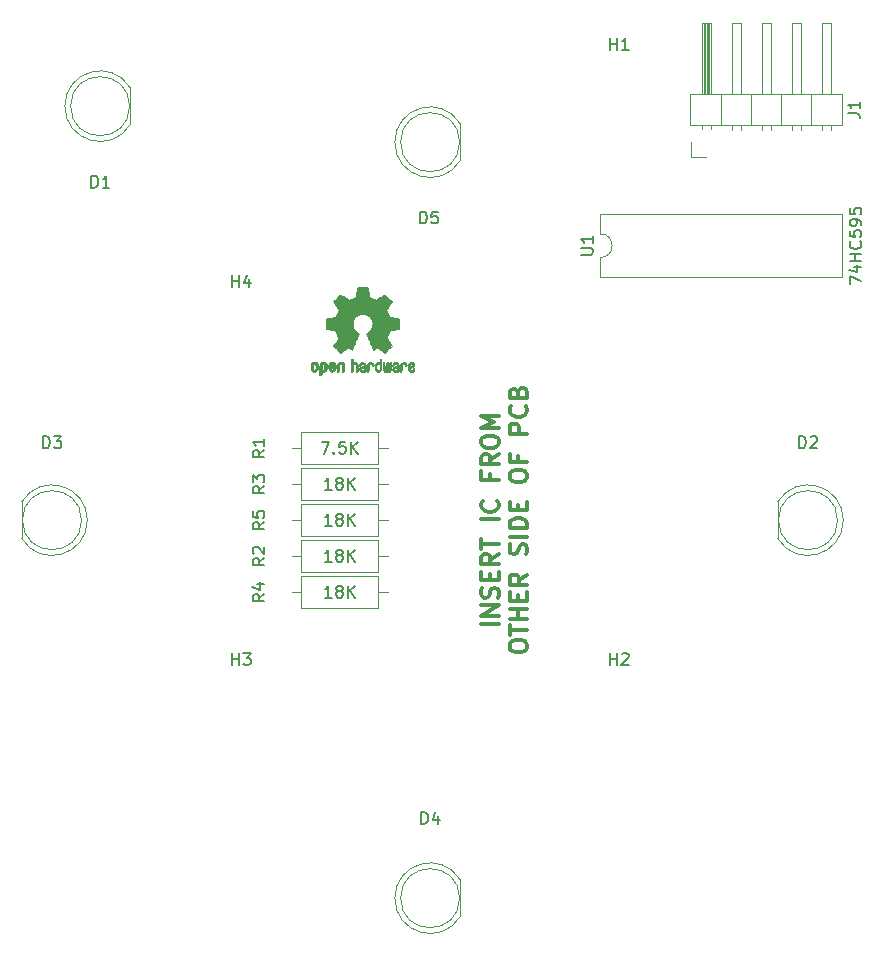
<source format=gto>
%TF.GenerationSoftware,KiCad,Pcbnew,5.99.0-unknown-3b7f5a3db7~131~ubuntu20.04.1*%
%TF.CreationDate,2021-09-21T13:07:20-05:00*%
%TF.ProjectId,a2600-joystick-vizboard,61323630-302d-46a6-9f79-737469636b2d,rev?*%
%TF.SameCoordinates,Original*%
%TF.FileFunction,Legend,Top*%
%TF.FilePolarity,Positive*%
%FSLAX46Y46*%
G04 Gerber Fmt 4.6, Leading zero omitted, Abs format (unit mm)*
G04 Created by KiCad (PCBNEW 5.99.0-unknown-3b7f5a3db7~131~ubuntu20.04.1) date 2021-09-21 13:07:20*
%MOMM*%
%LPD*%
G01*
G04 APERTURE LIST*
%ADD10C,0.300000*%
%ADD11C,0.150000*%
%ADD12C,0.010000*%
%ADD13C,0.120000*%
%ADD14C,3.200000*%
%ADD15O,1.600000X1.600000*%
%ADD16R,1.600000X1.600000*%
%ADD17C,1.600000*%
%ADD18R,1.700000X1.700000*%
%ADD19O,1.700000X1.700000*%
%ADD20R,1.800000X1.800000*%
%ADD21C,1.800000*%
G04 APERTURE END LIST*
D10*
X198861071Y-110512714D02*
X197361071Y-110512714D01*
X198861071Y-109798428D02*
X197361071Y-109798428D01*
X198861071Y-108941285D01*
X197361071Y-108941285D01*
X198789642Y-108298428D02*
X198861071Y-108084142D01*
X198861071Y-107727000D01*
X198789642Y-107584142D01*
X198718214Y-107512714D01*
X198575357Y-107441285D01*
X198432500Y-107441285D01*
X198289642Y-107512714D01*
X198218214Y-107584142D01*
X198146785Y-107727000D01*
X198075357Y-108012714D01*
X198003928Y-108155571D01*
X197932500Y-108227000D01*
X197789642Y-108298428D01*
X197646785Y-108298428D01*
X197503928Y-108227000D01*
X197432500Y-108155571D01*
X197361071Y-108012714D01*
X197361071Y-107655571D01*
X197432500Y-107441285D01*
X198075357Y-106798428D02*
X198075357Y-106298428D01*
X198861071Y-106084142D02*
X198861071Y-106798428D01*
X197361071Y-106798428D01*
X197361071Y-106084142D01*
X198861071Y-104584142D02*
X198146785Y-105084142D01*
X198861071Y-105441285D02*
X197361071Y-105441285D01*
X197361071Y-104869857D01*
X197432500Y-104727000D01*
X197503928Y-104655571D01*
X197646785Y-104584142D01*
X197861071Y-104584142D01*
X198003928Y-104655571D01*
X198075357Y-104727000D01*
X198146785Y-104869857D01*
X198146785Y-105441285D01*
X197361071Y-104155571D02*
X197361071Y-103298428D01*
X198861071Y-103727000D02*
X197361071Y-103727000D01*
X198861071Y-101655571D02*
X197361071Y-101655571D01*
X198718214Y-100084142D02*
X198789642Y-100155571D01*
X198861071Y-100369857D01*
X198861071Y-100512714D01*
X198789642Y-100727000D01*
X198646785Y-100869857D01*
X198503928Y-100941285D01*
X198218214Y-101012714D01*
X198003928Y-101012714D01*
X197718214Y-100941285D01*
X197575357Y-100869857D01*
X197432500Y-100727000D01*
X197361071Y-100512714D01*
X197361071Y-100369857D01*
X197432500Y-100155571D01*
X197503928Y-100084142D01*
X198075357Y-97798428D02*
X198075357Y-98298428D01*
X198861071Y-98298428D02*
X197361071Y-98298428D01*
X197361071Y-97584142D01*
X198861071Y-96155571D02*
X198146785Y-96655571D01*
X198861071Y-97012714D02*
X197361071Y-97012714D01*
X197361071Y-96441285D01*
X197432500Y-96298428D01*
X197503928Y-96227000D01*
X197646785Y-96155571D01*
X197861071Y-96155571D01*
X198003928Y-96227000D01*
X198075357Y-96298428D01*
X198146785Y-96441285D01*
X198146785Y-97012714D01*
X197361071Y-95227000D02*
X197361071Y-94941285D01*
X197432500Y-94798428D01*
X197575357Y-94655571D01*
X197861071Y-94584142D01*
X198361071Y-94584142D01*
X198646785Y-94655571D01*
X198789642Y-94798428D01*
X198861071Y-94941285D01*
X198861071Y-95227000D01*
X198789642Y-95369857D01*
X198646785Y-95512714D01*
X198361071Y-95584142D01*
X197861071Y-95584142D01*
X197575357Y-95512714D01*
X197432500Y-95369857D01*
X197361071Y-95227000D01*
X198861071Y-93941285D02*
X197361071Y-93941285D01*
X198432500Y-93441285D01*
X197361071Y-92941285D01*
X198861071Y-92941285D01*
X199776071Y-112548428D02*
X199776071Y-112262714D01*
X199847500Y-112119857D01*
X199990357Y-111977000D01*
X200276071Y-111905571D01*
X200776071Y-111905571D01*
X201061785Y-111977000D01*
X201204642Y-112119857D01*
X201276071Y-112262714D01*
X201276071Y-112548428D01*
X201204642Y-112691285D01*
X201061785Y-112834142D01*
X200776071Y-112905571D01*
X200276071Y-112905571D01*
X199990357Y-112834142D01*
X199847500Y-112691285D01*
X199776071Y-112548428D01*
X199776071Y-111477000D02*
X199776071Y-110619857D01*
X201276071Y-111048428D02*
X199776071Y-111048428D01*
X201276071Y-110119857D02*
X199776071Y-110119857D01*
X200490357Y-110119857D02*
X200490357Y-109262714D01*
X201276071Y-109262714D02*
X199776071Y-109262714D01*
X200490357Y-108548428D02*
X200490357Y-108048428D01*
X201276071Y-107834142D02*
X201276071Y-108548428D01*
X199776071Y-108548428D01*
X199776071Y-107834142D01*
X201276071Y-106334142D02*
X200561785Y-106834142D01*
X201276071Y-107191285D02*
X199776071Y-107191285D01*
X199776071Y-106619857D01*
X199847500Y-106477000D01*
X199918928Y-106405571D01*
X200061785Y-106334142D01*
X200276071Y-106334142D01*
X200418928Y-106405571D01*
X200490357Y-106477000D01*
X200561785Y-106619857D01*
X200561785Y-107191285D01*
X201204642Y-104619857D02*
X201276071Y-104405571D01*
X201276071Y-104048428D01*
X201204642Y-103905571D01*
X201133214Y-103834142D01*
X200990357Y-103762714D01*
X200847500Y-103762714D01*
X200704642Y-103834142D01*
X200633214Y-103905571D01*
X200561785Y-104048428D01*
X200490357Y-104334142D01*
X200418928Y-104477000D01*
X200347500Y-104548428D01*
X200204642Y-104619857D01*
X200061785Y-104619857D01*
X199918928Y-104548428D01*
X199847500Y-104477000D01*
X199776071Y-104334142D01*
X199776071Y-103977000D01*
X199847500Y-103762714D01*
X201276071Y-103119857D02*
X199776071Y-103119857D01*
X201276071Y-102405571D02*
X199776071Y-102405571D01*
X199776071Y-102048428D01*
X199847500Y-101834142D01*
X199990357Y-101691285D01*
X200133214Y-101619857D01*
X200418928Y-101548428D01*
X200633214Y-101548428D01*
X200918928Y-101619857D01*
X201061785Y-101691285D01*
X201204642Y-101834142D01*
X201276071Y-102048428D01*
X201276071Y-102405571D01*
X200490357Y-100905571D02*
X200490357Y-100405571D01*
X201276071Y-100191285D02*
X201276071Y-100905571D01*
X199776071Y-100905571D01*
X199776071Y-100191285D01*
X199776071Y-98119857D02*
X199776071Y-97834142D01*
X199847500Y-97691285D01*
X199990357Y-97548428D01*
X200276071Y-97477000D01*
X200776071Y-97477000D01*
X201061785Y-97548428D01*
X201204642Y-97691285D01*
X201276071Y-97834142D01*
X201276071Y-98119857D01*
X201204642Y-98262714D01*
X201061785Y-98405571D01*
X200776071Y-98477000D01*
X200276071Y-98477000D01*
X199990357Y-98405571D01*
X199847500Y-98262714D01*
X199776071Y-98119857D01*
X200490357Y-96334142D02*
X200490357Y-96834142D01*
X201276071Y-96834142D02*
X199776071Y-96834142D01*
X199776071Y-96119857D01*
X201276071Y-94405571D02*
X199776071Y-94405571D01*
X199776071Y-93834142D01*
X199847500Y-93691285D01*
X199918928Y-93619857D01*
X200061785Y-93548428D01*
X200276071Y-93548428D01*
X200418928Y-93619857D01*
X200490357Y-93691285D01*
X200561785Y-93834142D01*
X200561785Y-94405571D01*
X201133214Y-92048428D02*
X201204642Y-92119857D01*
X201276071Y-92334142D01*
X201276071Y-92477000D01*
X201204642Y-92691285D01*
X201061785Y-92834142D01*
X200918928Y-92905571D01*
X200633214Y-92977000D01*
X200418928Y-92977000D01*
X200133214Y-92905571D01*
X199990357Y-92834142D01*
X199847500Y-92691285D01*
X199776071Y-92477000D01*
X199776071Y-92334142D01*
X199847500Y-92119857D01*
X199918928Y-92048428D01*
X200490357Y-90905571D02*
X200561785Y-90691285D01*
X200633214Y-90619857D01*
X200776071Y-90548428D01*
X200990357Y-90548428D01*
X201133214Y-90619857D01*
X201204642Y-90691285D01*
X201276071Y-90834142D01*
X201276071Y-91405571D01*
X199776071Y-91405571D01*
X199776071Y-90905571D01*
X199847500Y-90762714D01*
X199918928Y-90691285D01*
X200061785Y-90619857D01*
X200204642Y-90619857D01*
X200347500Y-90691285D01*
X200418928Y-90762714D01*
X200490357Y-90905571D01*
X200490357Y-91405571D01*
D11*
X176276095Y-81977380D02*
X176276095Y-80977380D01*
X176276095Y-81453571D02*
X176847523Y-81453571D01*
X176847523Y-81977380D02*
X176847523Y-80977380D01*
X177752285Y-81310714D02*
X177752285Y-81977380D01*
X177514190Y-80929761D02*
X177276095Y-81644047D01*
X177895142Y-81644047D01*
X176276095Y-113981380D02*
X176276095Y-112981380D01*
X176276095Y-113457571D02*
X176847523Y-113457571D01*
X176847523Y-113981380D02*
X176847523Y-112981380D01*
X177228476Y-112981380D02*
X177847523Y-112981380D01*
X177514190Y-113362333D01*
X177657047Y-113362333D01*
X177752285Y-113409952D01*
X177799904Y-113457571D01*
X177847523Y-113552809D01*
X177847523Y-113790904D01*
X177799904Y-113886142D01*
X177752285Y-113933761D01*
X177657047Y-113981380D01*
X177371333Y-113981380D01*
X177276095Y-113933761D01*
X177228476Y-113886142D01*
X208280095Y-113981380D02*
X208280095Y-112981380D01*
X208280095Y-113457571D02*
X208851523Y-113457571D01*
X208851523Y-113981380D02*
X208851523Y-112981380D01*
X209280095Y-113076619D02*
X209327714Y-113029000D01*
X209422952Y-112981380D01*
X209661047Y-112981380D01*
X209756285Y-113029000D01*
X209803904Y-113076619D01*
X209851523Y-113171857D01*
X209851523Y-113267095D01*
X209803904Y-113409952D01*
X209232476Y-113981380D01*
X209851523Y-113981380D01*
X208280095Y-61911380D02*
X208280095Y-60911380D01*
X208280095Y-61387571D02*
X208851523Y-61387571D01*
X208851523Y-61911380D02*
X208851523Y-60911380D01*
X209851523Y-61911380D02*
X209280095Y-61911380D01*
X209565809Y-61911380D02*
X209565809Y-60911380D01*
X209470571Y-61054238D01*
X209375333Y-61149476D01*
X209280095Y-61197095D01*
X205827380Y-79247904D02*
X206636904Y-79247904D01*
X206732142Y-79200285D01*
X206779761Y-79152666D01*
X206827380Y-79057428D01*
X206827380Y-78866952D01*
X206779761Y-78771714D01*
X206732142Y-78724095D01*
X206636904Y-78676476D01*
X205827380Y-78676476D01*
X206827380Y-77676476D02*
X206827380Y-78247904D01*
X206827380Y-77962190D02*
X205827380Y-77962190D01*
X205970238Y-78057428D01*
X206065476Y-78152666D01*
X206113095Y-78247904D01*
X228560380Y-81747904D02*
X228560380Y-81081238D01*
X229560380Y-81509809D01*
X228893714Y-80271714D02*
X229560380Y-80271714D01*
X228512761Y-80509809D02*
X229227047Y-80747904D01*
X229227047Y-80128857D01*
X229560380Y-79747904D02*
X228560380Y-79747904D01*
X229036571Y-79747904D02*
X229036571Y-79176476D01*
X229560380Y-79176476D02*
X228560380Y-79176476D01*
X229465142Y-78128857D02*
X229512761Y-78176476D01*
X229560380Y-78319333D01*
X229560380Y-78414571D01*
X229512761Y-78557428D01*
X229417523Y-78652666D01*
X229322285Y-78700285D01*
X229131809Y-78747904D01*
X228988952Y-78747904D01*
X228798476Y-78700285D01*
X228703238Y-78652666D01*
X228608000Y-78557428D01*
X228560380Y-78414571D01*
X228560380Y-78319333D01*
X228608000Y-78176476D01*
X228655619Y-78128857D01*
X228560380Y-77224095D02*
X228560380Y-77700285D01*
X229036571Y-77747904D01*
X228988952Y-77700285D01*
X228941333Y-77605047D01*
X228941333Y-77366952D01*
X228988952Y-77271714D01*
X229036571Y-77224095D01*
X229131809Y-77176476D01*
X229369904Y-77176476D01*
X229465142Y-77224095D01*
X229512761Y-77271714D01*
X229560380Y-77366952D01*
X229560380Y-77605047D01*
X229512761Y-77700285D01*
X229465142Y-77747904D01*
X229560380Y-76700285D02*
X229560380Y-76509809D01*
X229512761Y-76414571D01*
X229465142Y-76366952D01*
X229322285Y-76271714D01*
X229131809Y-76224095D01*
X228750857Y-76224095D01*
X228655619Y-76271714D01*
X228608000Y-76319333D01*
X228560380Y-76414571D01*
X228560380Y-76605047D01*
X228608000Y-76700285D01*
X228655619Y-76747904D01*
X228750857Y-76795523D01*
X228988952Y-76795523D01*
X229084190Y-76747904D01*
X229131809Y-76700285D01*
X229179428Y-76605047D01*
X229179428Y-76414571D01*
X229131809Y-76319333D01*
X229084190Y-76271714D01*
X228988952Y-76224095D01*
X228560380Y-75319333D02*
X228560380Y-75795523D01*
X229036571Y-75843142D01*
X228988952Y-75795523D01*
X228941333Y-75700285D01*
X228941333Y-75462190D01*
X228988952Y-75366952D01*
X229036571Y-75319333D01*
X229131809Y-75271714D01*
X229369904Y-75271714D01*
X229465142Y-75319333D01*
X229512761Y-75366952D01*
X229560380Y-75462190D01*
X229560380Y-75700285D01*
X229512761Y-75795523D01*
X229465142Y-75843142D01*
X179014380Y-101893666D02*
X178538190Y-102227000D01*
X179014380Y-102465095D02*
X178014380Y-102465095D01*
X178014380Y-102084142D01*
X178062000Y-101988904D01*
X178109619Y-101941285D01*
X178204857Y-101893666D01*
X178347714Y-101893666D01*
X178442952Y-101941285D01*
X178490571Y-101988904D01*
X178538190Y-102084142D01*
X178538190Y-102465095D01*
X178014380Y-100988904D02*
X178014380Y-101465095D01*
X178490571Y-101512714D01*
X178442952Y-101465095D01*
X178395333Y-101369857D01*
X178395333Y-101131761D01*
X178442952Y-101036523D01*
X178490571Y-100988904D01*
X178585809Y-100941285D01*
X178823904Y-100941285D01*
X178919142Y-100988904D01*
X178966761Y-101036523D01*
X179014380Y-101131761D01*
X179014380Y-101369857D01*
X178966761Y-101465095D01*
X178919142Y-101512714D01*
X184712207Y-102179380D02*
X184140779Y-102179380D01*
X184426493Y-102179380D02*
X184426493Y-101179380D01*
X184331255Y-101322238D01*
X184236017Y-101417476D01*
X184140779Y-101465095D01*
X185283636Y-101607952D02*
X185188398Y-101560333D01*
X185140779Y-101512714D01*
X185093160Y-101417476D01*
X185093160Y-101369857D01*
X185140779Y-101274619D01*
X185188398Y-101227000D01*
X185283636Y-101179380D01*
X185474112Y-101179380D01*
X185569350Y-101227000D01*
X185616969Y-101274619D01*
X185664588Y-101369857D01*
X185664588Y-101417476D01*
X185616969Y-101512714D01*
X185569350Y-101560333D01*
X185474112Y-101607952D01*
X185283636Y-101607952D01*
X185188398Y-101655571D01*
X185140779Y-101703190D01*
X185093160Y-101798428D01*
X185093160Y-101988904D01*
X185140779Y-102084142D01*
X185188398Y-102131761D01*
X185283636Y-102179380D01*
X185474112Y-102179380D01*
X185569350Y-102131761D01*
X185616969Y-102084142D01*
X185664588Y-101988904D01*
X185664588Y-101798428D01*
X185616969Y-101703190D01*
X185569350Y-101655571D01*
X185474112Y-101607952D01*
X186093160Y-102179380D02*
X186093160Y-101179380D01*
X186664588Y-102179380D02*
X186236017Y-101607952D01*
X186664588Y-101179380D02*
X186093160Y-101750809D01*
X179014380Y-107989666D02*
X178538190Y-108323000D01*
X179014380Y-108561095D02*
X178014380Y-108561095D01*
X178014380Y-108180142D01*
X178062000Y-108084904D01*
X178109619Y-108037285D01*
X178204857Y-107989666D01*
X178347714Y-107989666D01*
X178442952Y-108037285D01*
X178490571Y-108084904D01*
X178538190Y-108180142D01*
X178538190Y-108561095D01*
X178347714Y-107132523D02*
X179014380Y-107132523D01*
X177966761Y-107370619D02*
X178681047Y-107608714D01*
X178681047Y-106989666D01*
X184712207Y-108275380D02*
X184140779Y-108275380D01*
X184426493Y-108275380D02*
X184426493Y-107275380D01*
X184331255Y-107418238D01*
X184236017Y-107513476D01*
X184140779Y-107561095D01*
X185283636Y-107703952D02*
X185188398Y-107656333D01*
X185140779Y-107608714D01*
X185093160Y-107513476D01*
X185093160Y-107465857D01*
X185140779Y-107370619D01*
X185188398Y-107323000D01*
X185283636Y-107275380D01*
X185474112Y-107275380D01*
X185569350Y-107323000D01*
X185616969Y-107370619D01*
X185664588Y-107465857D01*
X185664588Y-107513476D01*
X185616969Y-107608714D01*
X185569350Y-107656333D01*
X185474112Y-107703952D01*
X185283636Y-107703952D01*
X185188398Y-107751571D01*
X185140779Y-107799190D01*
X185093160Y-107894428D01*
X185093160Y-108084904D01*
X185140779Y-108180142D01*
X185188398Y-108227761D01*
X185283636Y-108275380D01*
X185474112Y-108275380D01*
X185569350Y-108227761D01*
X185616969Y-108180142D01*
X185664588Y-108084904D01*
X185664588Y-107894428D01*
X185616969Y-107799190D01*
X185569350Y-107751571D01*
X185474112Y-107703952D01*
X186093160Y-108275380D02*
X186093160Y-107275380D01*
X186664588Y-108275380D02*
X186236017Y-107703952D01*
X186664588Y-107275380D02*
X186093160Y-107846809D01*
X179014380Y-98845666D02*
X178538190Y-99179000D01*
X179014380Y-99417095D02*
X178014380Y-99417095D01*
X178014380Y-99036142D01*
X178062000Y-98940904D01*
X178109619Y-98893285D01*
X178204857Y-98845666D01*
X178347714Y-98845666D01*
X178442952Y-98893285D01*
X178490571Y-98940904D01*
X178538190Y-99036142D01*
X178538190Y-99417095D01*
X178014380Y-98512333D02*
X178014380Y-97893285D01*
X178395333Y-98226619D01*
X178395333Y-98083761D01*
X178442952Y-97988523D01*
X178490571Y-97940904D01*
X178585809Y-97893285D01*
X178823904Y-97893285D01*
X178919142Y-97940904D01*
X178966761Y-97988523D01*
X179014380Y-98083761D01*
X179014380Y-98369476D01*
X178966761Y-98464714D01*
X178919142Y-98512333D01*
X184712207Y-99131380D02*
X184140779Y-99131380D01*
X184426493Y-99131380D02*
X184426493Y-98131380D01*
X184331255Y-98274238D01*
X184236017Y-98369476D01*
X184140779Y-98417095D01*
X185283636Y-98559952D02*
X185188398Y-98512333D01*
X185140779Y-98464714D01*
X185093160Y-98369476D01*
X185093160Y-98321857D01*
X185140779Y-98226619D01*
X185188398Y-98179000D01*
X185283636Y-98131380D01*
X185474112Y-98131380D01*
X185569350Y-98179000D01*
X185616969Y-98226619D01*
X185664588Y-98321857D01*
X185664588Y-98369476D01*
X185616969Y-98464714D01*
X185569350Y-98512333D01*
X185474112Y-98559952D01*
X185283636Y-98559952D01*
X185188398Y-98607571D01*
X185140779Y-98655190D01*
X185093160Y-98750428D01*
X185093160Y-98940904D01*
X185140779Y-99036142D01*
X185188398Y-99083761D01*
X185283636Y-99131380D01*
X185474112Y-99131380D01*
X185569350Y-99083761D01*
X185616969Y-99036142D01*
X185664588Y-98940904D01*
X185664588Y-98750428D01*
X185616969Y-98655190D01*
X185569350Y-98607571D01*
X185474112Y-98559952D01*
X186093160Y-99131380D02*
X186093160Y-98131380D01*
X186664588Y-99131380D02*
X186236017Y-98559952D01*
X186664588Y-98131380D02*
X186093160Y-98702809D01*
X179014380Y-104941666D02*
X178538190Y-105275000D01*
X179014380Y-105513095D02*
X178014380Y-105513095D01*
X178014380Y-105132142D01*
X178062000Y-105036904D01*
X178109619Y-104989285D01*
X178204857Y-104941666D01*
X178347714Y-104941666D01*
X178442952Y-104989285D01*
X178490571Y-105036904D01*
X178538190Y-105132142D01*
X178538190Y-105513095D01*
X178109619Y-104560714D02*
X178062000Y-104513095D01*
X178014380Y-104417857D01*
X178014380Y-104179761D01*
X178062000Y-104084523D01*
X178109619Y-104036904D01*
X178204857Y-103989285D01*
X178300095Y-103989285D01*
X178442952Y-104036904D01*
X179014380Y-104608333D01*
X179014380Y-103989285D01*
X184712207Y-105227380D02*
X184140779Y-105227380D01*
X184426493Y-105227380D02*
X184426493Y-104227380D01*
X184331255Y-104370238D01*
X184236017Y-104465476D01*
X184140779Y-104513095D01*
X185283636Y-104655952D02*
X185188398Y-104608333D01*
X185140779Y-104560714D01*
X185093160Y-104465476D01*
X185093160Y-104417857D01*
X185140779Y-104322619D01*
X185188398Y-104275000D01*
X185283636Y-104227380D01*
X185474112Y-104227380D01*
X185569350Y-104275000D01*
X185616969Y-104322619D01*
X185664588Y-104417857D01*
X185664588Y-104465476D01*
X185616969Y-104560714D01*
X185569350Y-104608333D01*
X185474112Y-104655952D01*
X185283636Y-104655952D01*
X185188398Y-104703571D01*
X185140779Y-104751190D01*
X185093160Y-104846428D01*
X185093160Y-105036904D01*
X185140779Y-105132142D01*
X185188398Y-105179761D01*
X185283636Y-105227380D01*
X185474112Y-105227380D01*
X185569350Y-105179761D01*
X185616969Y-105132142D01*
X185664588Y-105036904D01*
X185664588Y-104846428D01*
X185616969Y-104751190D01*
X185569350Y-104703571D01*
X185474112Y-104655952D01*
X186093160Y-105227380D02*
X186093160Y-104227380D01*
X186664588Y-105227380D02*
X186236017Y-104655952D01*
X186664588Y-104227380D02*
X186093160Y-104798809D01*
X179014380Y-95797666D02*
X178538190Y-96131000D01*
X179014380Y-96369095D02*
X178014380Y-96369095D01*
X178014380Y-95988142D01*
X178062000Y-95892904D01*
X178109619Y-95845285D01*
X178204857Y-95797666D01*
X178347714Y-95797666D01*
X178442952Y-95845285D01*
X178490571Y-95892904D01*
X178538190Y-95988142D01*
X178538190Y-96369095D01*
X179014380Y-94845285D02*
X179014380Y-95416714D01*
X179014380Y-95131000D02*
X178014380Y-95131000D01*
X178157238Y-95226238D01*
X178252476Y-95321476D01*
X178300095Y-95416714D01*
X183855064Y-95083380D02*
X184521731Y-95083380D01*
X184093160Y-96083380D01*
X184902684Y-95988142D02*
X184950303Y-96035761D01*
X184902684Y-96083380D01*
X184855064Y-96035761D01*
X184902684Y-95988142D01*
X184902684Y-96083380D01*
X185855064Y-95083380D02*
X185378874Y-95083380D01*
X185331255Y-95559571D01*
X185378874Y-95511952D01*
X185474112Y-95464333D01*
X185712207Y-95464333D01*
X185807445Y-95511952D01*
X185855064Y-95559571D01*
X185902684Y-95654809D01*
X185902684Y-95892904D01*
X185855064Y-95988142D01*
X185807445Y-96035761D01*
X185712207Y-96083380D01*
X185474112Y-96083380D01*
X185378874Y-96035761D01*
X185331255Y-95988142D01*
X186331255Y-96083380D02*
X186331255Y-95083380D01*
X186902684Y-96083380D02*
X186474112Y-95511952D01*
X186902684Y-95083380D02*
X186331255Y-95654809D01*
X228428380Y-67286333D02*
X229142666Y-67286333D01*
X229285523Y-67333952D01*
X229380761Y-67429190D01*
X229428380Y-67572047D01*
X229428380Y-67667285D01*
X229428380Y-66286333D02*
X229428380Y-66857761D01*
X229428380Y-66572047D02*
X228428380Y-66572047D01*
X228571238Y-66667285D01*
X228666476Y-66762523D01*
X228714095Y-66857761D01*
X192202211Y-76600973D02*
X192202211Y-75600973D01*
X192440307Y-75600973D01*
X192583164Y-75648593D01*
X192678402Y-75743831D01*
X192726021Y-75839069D01*
X192773640Y-76029545D01*
X192773640Y-76172402D01*
X192726021Y-76362878D01*
X192678402Y-76458116D01*
X192583164Y-76553354D01*
X192440307Y-76600973D01*
X192202211Y-76600973D01*
X193678402Y-75600973D02*
X193202211Y-75600973D01*
X193154592Y-76077164D01*
X193202211Y-76029545D01*
X193297449Y-75981926D01*
X193535545Y-75981926D01*
X193630783Y-76029545D01*
X193678402Y-76077164D01*
X193726021Y-76172402D01*
X193726021Y-76410497D01*
X193678402Y-76505735D01*
X193630783Y-76553354D01*
X193535545Y-76600973D01*
X193297449Y-76600973D01*
X193202211Y-76553354D01*
X193154592Y-76505735D01*
X192301904Y-127452380D02*
X192301904Y-126452380D01*
X192540000Y-126452380D01*
X192682857Y-126500000D01*
X192778095Y-126595238D01*
X192825714Y-126690476D01*
X192873333Y-126880952D01*
X192873333Y-127023809D01*
X192825714Y-127214285D01*
X192778095Y-127309523D01*
X192682857Y-127404761D01*
X192540000Y-127452380D01*
X192301904Y-127452380D01*
X193730476Y-126785714D02*
X193730476Y-127452380D01*
X193492380Y-126404761D02*
X193254285Y-127119047D01*
X193873333Y-127119047D01*
X160292904Y-95627951D02*
X160292904Y-94627951D01*
X160531000Y-94627951D01*
X160673857Y-94675571D01*
X160769095Y-94770809D01*
X160816714Y-94866047D01*
X160864333Y-95056523D01*
X160864333Y-95199380D01*
X160816714Y-95389856D01*
X160769095Y-95485094D01*
X160673857Y-95580332D01*
X160531000Y-95627951D01*
X160292904Y-95627951D01*
X161197666Y-94627951D02*
X161816714Y-94627951D01*
X161483380Y-95008904D01*
X161626238Y-95008904D01*
X161721476Y-95056523D01*
X161769095Y-95104142D01*
X161816714Y-95199380D01*
X161816714Y-95437475D01*
X161769095Y-95532713D01*
X161721476Y-95580332D01*
X161626238Y-95627951D01*
X161340523Y-95627951D01*
X161245285Y-95580332D01*
X161197666Y-95532713D01*
X224300904Y-95627951D02*
X224300904Y-94627951D01*
X224539000Y-94627951D01*
X224681857Y-94675571D01*
X224777095Y-94770809D01*
X224824714Y-94866047D01*
X224872333Y-95056523D01*
X224872333Y-95199380D01*
X224824714Y-95389856D01*
X224777095Y-95485094D01*
X224681857Y-95580332D01*
X224539000Y-95627951D01*
X224300904Y-95627951D01*
X225253285Y-94723190D02*
X225300904Y-94675571D01*
X225396142Y-94627951D01*
X225634238Y-94627951D01*
X225729476Y-94675571D01*
X225777095Y-94723190D01*
X225824714Y-94818428D01*
X225824714Y-94913666D01*
X225777095Y-95056523D01*
X225205666Y-95627951D01*
X225824714Y-95627951D01*
X164361904Y-73564754D02*
X164361904Y-72564754D01*
X164600000Y-72564754D01*
X164742857Y-72612374D01*
X164838095Y-72707612D01*
X164885714Y-72802850D01*
X164933333Y-72993326D01*
X164933333Y-73136183D01*
X164885714Y-73326659D01*
X164838095Y-73421897D01*
X164742857Y-73517135D01*
X164600000Y-73564754D01*
X164361904Y-73564754D01*
X165885714Y-73564754D02*
X165314285Y-73564754D01*
X165600000Y-73564754D02*
X165600000Y-72564754D01*
X165504761Y-72707612D01*
X165409523Y-72802850D01*
X165314285Y-72850469D01*
D12*
X184093886Y-88309505D02*
X184168539Y-88346727D01*
X184168539Y-88346727D02*
X184234431Y-88415261D01*
X184234431Y-88415261D02*
X184252577Y-88440648D01*
X184252577Y-88440648D02*
X184272345Y-88473866D01*
X184272345Y-88473866D02*
X184285172Y-88509945D01*
X184285172Y-88509945D02*
X184292510Y-88558098D01*
X184292510Y-88558098D02*
X184295813Y-88627536D01*
X184295813Y-88627536D02*
X184296538Y-88719206D01*
X184296538Y-88719206D02*
X184293263Y-88844830D01*
X184293263Y-88844830D02*
X184281877Y-88939154D01*
X184281877Y-88939154D02*
X184260041Y-89009523D01*
X184260041Y-89009523D02*
X184225419Y-89063286D01*
X184225419Y-89063286D02*
X184175670Y-89107788D01*
X184175670Y-89107788D02*
X184172014Y-89110423D01*
X184172014Y-89110423D02*
X184122985Y-89137377D01*
X184122985Y-89137377D02*
X184063945Y-89150712D01*
X184063945Y-89150712D02*
X183988859Y-89154000D01*
X183988859Y-89154000D02*
X183866795Y-89154000D01*
X183866795Y-89154000D02*
X183866744Y-89272497D01*
X183866744Y-89272497D02*
X183865608Y-89338492D01*
X183865608Y-89338492D02*
X183858686Y-89377202D01*
X183858686Y-89377202D02*
X183840598Y-89400419D01*
X183840598Y-89400419D02*
X183805962Y-89419933D01*
X183805962Y-89419933D02*
X183797645Y-89423920D01*
X183797645Y-89423920D02*
X183758720Y-89442603D01*
X183758720Y-89442603D02*
X183728583Y-89454403D01*
X183728583Y-89454403D02*
X183706174Y-89455422D01*
X183706174Y-89455422D02*
X183690433Y-89441761D01*
X183690433Y-89441761D02*
X183680302Y-89409522D01*
X183680302Y-89409522D02*
X183674723Y-89354804D01*
X183674723Y-89354804D02*
X183672635Y-89273711D01*
X183672635Y-89273711D02*
X183672981Y-89162344D01*
X183672981Y-89162344D02*
X183674700Y-89016802D01*
X183674700Y-89016802D02*
X183675237Y-88973269D01*
X183675237Y-88973269D02*
X183677172Y-88823205D01*
X183677172Y-88823205D02*
X183678904Y-88725042D01*
X183678904Y-88725042D02*
X183866692Y-88725042D01*
X183866692Y-88725042D02*
X183867748Y-88808364D01*
X183867748Y-88808364D02*
X183872438Y-88862880D01*
X183872438Y-88862880D02*
X183883051Y-88898837D01*
X183883051Y-88898837D02*
X183901872Y-88926482D01*
X183901872Y-88926482D02*
X183914650Y-88939965D01*
X183914650Y-88939965D02*
X183966890Y-88979417D01*
X183966890Y-88979417D02*
X184013142Y-88982628D01*
X184013142Y-88982628D02*
X184060867Y-88950049D01*
X184060867Y-88950049D02*
X184062077Y-88948846D01*
X184062077Y-88948846D02*
X184081494Y-88923668D01*
X184081494Y-88923668D02*
X184093307Y-88889447D01*
X184093307Y-88889447D02*
X184099265Y-88836748D01*
X184099265Y-88836748D02*
X184101120Y-88756131D01*
X184101120Y-88756131D02*
X184101154Y-88738271D01*
X184101154Y-88738271D02*
X184096670Y-88627175D01*
X184096670Y-88627175D02*
X184082074Y-88550161D01*
X184082074Y-88550161D02*
X184055650Y-88503147D01*
X184055650Y-88503147D02*
X184015683Y-88482050D01*
X184015683Y-88482050D02*
X183992584Y-88479923D01*
X183992584Y-88479923D02*
X183937762Y-88489900D01*
X183937762Y-88489900D02*
X183900158Y-88522752D01*
X183900158Y-88522752D02*
X183877523Y-88582857D01*
X183877523Y-88582857D02*
X183867606Y-88674598D01*
X183867606Y-88674598D02*
X183866692Y-88725042D01*
X183866692Y-88725042D02*
X183678904Y-88725042D01*
X183678904Y-88725042D02*
X183679222Y-88707060D01*
X183679222Y-88707060D02*
X183681873Y-88619679D01*
X183681873Y-88619679D02*
X183685606Y-88555905D01*
X183685606Y-88555905D02*
X183690907Y-88510582D01*
X183690907Y-88510582D02*
X183698258Y-88478555D01*
X183698258Y-88478555D02*
X183708143Y-88454668D01*
X183708143Y-88454668D02*
X183721046Y-88433764D01*
X183721046Y-88433764D02*
X183726579Y-88425898D01*
X183726579Y-88425898D02*
X183799969Y-88351595D01*
X183799969Y-88351595D02*
X183892760Y-88309467D01*
X183892760Y-88309467D02*
X184000096Y-88297722D01*
X184000096Y-88297722D02*
X184093886Y-88309505D01*
X184093886Y-88309505D02*
X184093886Y-88309505D01*
G36*
X183681873Y-88619679D02*
G01*
X183685606Y-88555905D01*
X183690907Y-88510582D01*
X183698258Y-88478555D01*
X183708143Y-88454668D01*
X183721046Y-88433764D01*
X183726579Y-88425898D01*
X183799969Y-88351595D01*
X183892760Y-88309467D01*
X184000096Y-88297722D01*
X184093886Y-88309505D01*
X184168539Y-88346727D01*
X184234431Y-88415261D01*
X184252577Y-88440648D01*
X184272345Y-88473866D01*
X184285172Y-88509945D01*
X184292510Y-88558098D01*
X184295813Y-88627536D01*
X184296538Y-88719206D01*
X184293263Y-88844830D01*
X184281877Y-88939154D01*
X184260041Y-89009523D01*
X184225419Y-89063286D01*
X184175670Y-89107788D01*
X184172014Y-89110423D01*
X184122985Y-89137377D01*
X184063945Y-89150712D01*
X183988859Y-89154000D01*
X183866795Y-89154000D01*
X183866744Y-89272497D01*
X183865608Y-89338492D01*
X183858686Y-89377202D01*
X183840598Y-89400419D01*
X183805962Y-89419933D01*
X183797645Y-89423920D01*
X183758720Y-89442603D01*
X183728583Y-89454403D01*
X183706174Y-89455422D01*
X183690433Y-89441761D01*
X183680302Y-89409522D01*
X183674723Y-89354804D01*
X183672635Y-89273711D01*
X183672981Y-89162344D01*
X183674700Y-89016802D01*
X183675237Y-88973269D01*
X183677172Y-88823205D01*
X183678904Y-88725042D01*
X183866692Y-88725042D01*
X183867748Y-88808364D01*
X183872438Y-88862880D01*
X183883051Y-88898837D01*
X183901872Y-88926482D01*
X183914650Y-88939965D01*
X183966890Y-88979417D01*
X184013142Y-88982628D01*
X184060867Y-88950049D01*
X184062077Y-88948846D01*
X184081494Y-88923668D01*
X184093307Y-88889447D01*
X184099265Y-88836748D01*
X184101120Y-88756131D01*
X184101154Y-88738271D01*
X184096670Y-88627175D01*
X184082074Y-88550161D01*
X184055650Y-88503147D01*
X184015683Y-88482050D01*
X183992584Y-88479923D01*
X183937762Y-88489900D01*
X183900158Y-88522752D01*
X183877523Y-88582857D01*
X183867606Y-88674598D01*
X183866692Y-88725042D01*
X183678904Y-88725042D01*
X183679222Y-88707060D01*
X183681873Y-88619679D01*
G37*
X183681873Y-88619679D02*
X183685606Y-88555905D01*
X183690907Y-88510582D01*
X183698258Y-88478555D01*
X183708143Y-88454668D01*
X183721046Y-88433764D01*
X183726579Y-88425898D01*
X183799969Y-88351595D01*
X183892760Y-88309467D01*
X184000096Y-88297722D01*
X184093886Y-88309505D01*
X184168539Y-88346727D01*
X184234431Y-88415261D01*
X184252577Y-88440648D01*
X184272345Y-88473866D01*
X184285172Y-88509945D01*
X184292510Y-88558098D01*
X184295813Y-88627536D01*
X184296538Y-88719206D01*
X184293263Y-88844830D01*
X184281877Y-88939154D01*
X184260041Y-89009523D01*
X184225419Y-89063286D01*
X184175670Y-89107788D01*
X184172014Y-89110423D01*
X184122985Y-89137377D01*
X184063945Y-89150712D01*
X183988859Y-89154000D01*
X183866795Y-89154000D01*
X183866744Y-89272497D01*
X183865608Y-89338492D01*
X183858686Y-89377202D01*
X183840598Y-89400419D01*
X183805962Y-89419933D01*
X183797645Y-89423920D01*
X183758720Y-89442603D01*
X183728583Y-89454403D01*
X183706174Y-89455422D01*
X183690433Y-89441761D01*
X183680302Y-89409522D01*
X183674723Y-89354804D01*
X183672635Y-89273711D01*
X183672981Y-89162344D01*
X183674700Y-89016802D01*
X183675237Y-88973269D01*
X183677172Y-88823205D01*
X183678904Y-88725042D01*
X183866692Y-88725042D01*
X183867748Y-88808364D01*
X183872438Y-88862880D01*
X183883051Y-88898837D01*
X183901872Y-88926482D01*
X183914650Y-88939965D01*
X183966890Y-88979417D01*
X184013142Y-88982628D01*
X184060867Y-88950049D01*
X184062077Y-88948846D01*
X184081494Y-88923668D01*
X184093307Y-88889447D01*
X184099265Y-88836748D01*
X184101120Y-88756131D01*
X184101154Y-88738271D01*
X184096670Y-88627175D01*
X184082074Y-88550161D01*
X184055650Y-88503147D01*
X184015683Y-88482050D01*
X183992584Y-88479923D01*
X183937762Y-88489900D01*
X183900158Y-88522752D01*
X183877523Y-88582857D01*
X183867606Y-88674598D01*
X183866692Y-88725042D01*
X183678904Y-88725042D01*
X183679222Y-88707060D01*
X183681873Y-88619679D01*
X185596664Y-88320089D02*
X185659367Y-88356358D01*
X185659367Y-88356358D02*
X185702961Y-88392358D01*
X185702961Y-88392358D02*
X185734845Y-88430075D01*
X185734845Y-88430075D02*
X185756810Y-88476199D01*
X185756810Y-88476199D02*
X185770649Y-88537421D01*
X185770649Y-88537421D02*
X185778153Y-88620431D01*
X185778153Y-88620431D02*
X185781117Y-88731919D01*
X185781117Y-88731919D02*
X185781461Y-88812062D01*
X185781461Y-88812062D02*
X185781461Y-89107065D01*
X185781461Y-89107065D02*
X185615385Y-89181515D01*
X185615385Y-89181515D02*
X185605615Y-88858402D01*
X185605615Y-88858402D02*
X185601579Y-88737729D01*
X185601579Y-88737729D02*
X185597344Y-88650141D01*
X185597344Y-88650141D02*
X185592097Y-88589650D01*
X185592097Y-88589650D02*
X185585025Y-88550268D01*
X185585025Y-88550268D02*
X185575311Y-88526007D01*
X185575311Y-88526007D02*
X185562144Y-88510880D01*
X185562144Y-88510880D02*
X185557919Y-88507606D01*
X185557919Y-88507606D02*
X185493909Y-88482034D01*
X185493909Y-88482034D02*
X185429208Y-88492153D01*
X185429208Y-88492153D02*
X185390692Y-88519000D01*
X185390692Y-88519000D02*
X185375025Y-88538024D01*
X185375025Y-88538024D02*
X185364180Y-88562988D01*
X185364180Y-88562988D02*
X185357288Y-88600834D01*
X185357288Y-88600834D02*
X185353479Y-88658502D01*
X185353479Y-88658502D02*
X185351883Y-88742935D01*
X185351883Y-88742935D02*
X185351615Y-88830928D01*
X185351615Y-88830928D02*
X185351563Y-88941323D01*
X185351563Y-88941323D02*
X185349672Y-89019463D01*
X185349672Y-89019463D02*
X185343345Y-89072165D01*
X185343345Y-89072165D02*
X185329983Y-89106242D01*
X185329983Y-89106242D02*
X185306985Y-89128511D01*
X185306985Y-89128511D02*
X185271754Y-89145787D01*
X185271754Y-89145787D02*
X185224697Y-89163738D01*
X185224697Y-89163738D02*
X185173303Y-89183278D01*
X185173303Y-89183278D02*
X185179421Y-88836485D01*
X185179421Y-88836485D02*
X185181884Y-88711468D01*
X185181884Y-88711468D02*
X185184767Y-88619082D01*
X185184767Y-88619082D02*
X185188898Y-88552881D01*
X185188898Y-88552881D02*
X185195107Y-88506420D01*
X185195107Y-88506420D02*
X185204226Y-88473256D01*
X185204226Y-88473256D02*
X185217083Y-88446944D01*
X185217083Y-88446944D02*
X185232584Y-88423729D01*
X185232584Y-88423729D02*
X185307371Y-88349569D01*
X185307371Y-88349569D02*
X185398628Y-88306684D01*
X185398628Y-88306684D02*
X185497883Y-88296412D01*
X185497883Y-88296412D02*
X185596664Y-88320089D01*
X185596664Y-88320089D02*
X185596664Y-88320089D01*
G36*
X185596664Y-88320089D02*
G01*
X185659367Y-88356358D01*
X185702961Y-88392358D01*
X185734845Y-88430075D01*
X185756810Y-88476199D01*
X185770649Y-88537421D01*
X185778153Y-88620431D01*
X185781117Y-88731919D01*
X185781461Y-88812062D01*
X185781461Y-89107065D01*
X185615385Y-89181515D01*
X185605615Y-88858402D01*
X185601579Y-88737729D01*
X185597344Y-88650141D01*
X185592097Y-88589650D01*
X185585025Y-88550268D01*
X185575311Y-88526007D01*
X185562144Y-88510880D01*
X185557919Y-88507606D01*
X185493909Y-88482034D01*
X185429208Y-88492153D01*
X185390692Y-88519000D01*
X185375025Y-88538024D01*
X185364180Y-88562988D01*
X185357288Y-88600834D01*
X185353479Y-88658502D01*
X185351883Y-88742935D01*
X185351615Y-88830928D01*
X185351563Y-88941323D01*
X185349672Y-89019463D01*
X185343345Y-89072165D01*
X185329983Y-89106242D01*
X185306985Y-89128511D01*
X185271754Y-89145787D01*
X185224697Y-89163738D01*
X185173303Y-89183278D01*
X185179421Y-88836485D01*
X185181884Y-88711468D01*
X185184767Y-88619082D01*
X185188898Y-88552881D01*
X185195107Y-88506420D01*
X185204226Y-88473256D01*
X185217083Y-88446944D01*
X185232584Y-88423729D01*
X185307371Y-88349569D01*
X185398628Y-88306684D01*
X185497883Y-88296412D01*
X185596664Y-88320089D01*
G37*
X185596664Y-88320089D02*
X185659367Y-88356358D01*
X185702961Y-88392358D01*
X185734845Y-88430075D01*
X185756810Y-88476199D01*
X185770649Y-88537421D01*
X185778153Y-88620431D01*
X185781117Y-88731919D01*
X185781461Y-88812062D01*
X185781461Y-89107065D01*
X185615385Y-89181515D01*
X185605615Y-88858402D01*
X185601579Y-88737729D01*
X185597344Y-88650141D01*
X185592097Y-88589650D01*
X185585025Y-88550268D01*
X185575311Y-88526007D01*
X185562144Y-88510880D01*
X185557919Y-88507606D01*
X185493909Y-88482034D01*
X185429208Y-88492153D01*
X185390692Y-88519000D01*
X185375025Y-88538024D01*
X185364180Y-88562988D01*
X185357288Y-88600834D01*
X185353479Y-88658502D01*
X185351883Y-88742935D01*
X185351615Y-88830928D01*
X185351563Y-88941323D01*
X185349672Y-89019463D01*
X185343345Y-89072165D01*
X185329983Y-89106242D01*
X185306985Y-89128511D01*
X185271754Y-89145787D01*
X185224697Y-89163738D01*
X185173303Y-89183278D01*
X185179421Y-88836485D01*
X185181884Y-88711468D01*
X185184767Y-88619082D01*
X185188898Y-88552881D01*
X185195107Y-88506420D01*
X185204226Y-88473256D01*
X185217083Y-88446944D01*
X185232584Y-88423729D01*
X185307371Y-88349569D01*
X185398628Y-88306684D01*
X185497883Y-88296412D01*
X185596664Y-88320089D01*
X183341886Y-88312256D02*
X183433464Y-88360409D01*
X183433464Y-88360409D02*
X183501049Y-88437905D01*
X183501049Y-88437905D02*
X183525057Y-88487727D01*
X183525057Y-88487727D02*
X183543738Y-88562533D01*
X183543738Y-88562533D02*
X183553301Y-88657052D01*
X183553301Y-88657052D02*
X183554208Y-88760210D01*
X183554208Y-88760210D02*
X183546921Y-88860935D01*
X183546921Y-88860935D02*
X183531903Y-88948153D01*
X183531903Y-88948153D02*
X183509615Y-89010791D01*
X183509615Y-89010791D02*
X183502765Y-89021579D01*
X183502765Y-89021579D02*
X183421632Y-89102105D01*
X183421632Y-89102105D02*
X183325266Y-89150336D01*
X183325266Y-89150336D02*
X183220701Y-89164450D01*
X183220701Y-89164450D02*
X183114968Y-89142629D01*
X183114968Y-89142629D02*
X183085543Y-89129547D01*
X183085543Y-89129547D02*
X183028241Y-89089231D01*
X183028241Y-89089231D02*
X182977950Y-89035775D01*
X182977950Y-89035775D02*
X182973197Y-89028995D01*
X182973197Y-89028995D02*
X182953878Y-88996321D01*
X182953878Y-88996321D02*
X182941108Y-88961394D01*
X182941108Y-88961394D02*
X182933564Y-88915414D01*
X182933564Y-88915414D02*
X182929924Y-88849584D01*
X182929924Y-88849584D02*
X182928865Y-88755105D01*
X182928865Y-88755105D02*
X182928846Y-88733923D01*
X182928846Y-88733923D02*
X182928894Y-88727182D01*
X182928894Y-88727182D02*
X183124231Y-88727182D01*
X183124231Y-88727182D02*
X183125368Y-88816349D01*
X183125368Y-88816349D02*
X183129841Y-88875520D01*
X183129841Y-88875520D02*
X183139246Y-88913741D01*
X183139246Y-88913741D02*
X183155176Y-88940053D01*
X183155176Y-88940053D02*
X183163308Y-88948846D01*
X183163308Y-88948846D02*
X183210058Y-88982261D01*
X183210058Y-88982261D02*
X183255447Y-88980737D01*
X183255447Y-88980737D02*
X183301340Y-88951752D01*
X183301340Y-88951752D02*
X183328712Y-88920809D01*
X183328712Y-88920809D02*
X183344923Y-88875643D01*
X183344923Y-88875643D02*
X183354026Y-88804420D01*
X183354026Y-88804420D02*
X183354651Y-88796114D01*
X183354651Y-88796114D02*
X183356204Y-88667037D01*
X183356204Y-88667037D02*
X183339965Y-88571172D01*
X183339965Y-88571172D02*
X183306152Y-88509107D01*
X183306152Y-88509107D02*
X183254984Y-88481432D01*
X183254984Y-88481432D02*
X183236720Y-88479923D01*
X183236720Y-88479923D02*
X183188760Y-88487513D01*
X183188760Y-88487513D02*
X183155953Y-88513808D01*
X183155953Y-88513808D02*
X183135895Y-88564095D01*
X183135895Y-88564095D02*
X183126178Y-88643664D01*
X183126178Y-88643664D02*
X183124231Y-88727182D01*
X183124231Y-88727182D02*
X182928894Y-88727182D01*
X182928894Y-88727182D02*
X182929574Y-88633249D01*
X182929574Y-88633249D02*
X182932629Y-88562906D01*
X182932629Y-88562906D02*
X182939322Y-88514163D01*
X182939322Y-88514163D02*
X182950960Y-88478288D01*
X182950960Y-88478288D02*
X182968853Y-88446548D01*
X182968853Y-88446548D02*
X182972808Y-88440648D01*
X182972808Y-88440648D02*
X183039267Y-88361104D01*
X183039267Y-88361104D02*
X183111685Y-88314929D01*
X183111685Y-88314929D02*
X183199849Y-88296599D01*
X183199849Y-88296599D02*
X183229787Y-88295703D01*
X183229787Y-88295703D02*
X183341886Y-88312256D01*
X183341886Y-88312256D02*
X183341886Y-88312256D01*
G36*
X182932629Y-88562906D02*
G01*
X182939322Y-88514163D01*
X182950960Y-88478288D01*
X182968853Y-88446548D01*
X182972808Y-88440648D01*
X183039267Y-88361104D01*
X183111685Y-88314929D01*
X183199849Y-88296599D01*
X183229787Y-88295703D01*
X183341886Y-88312256D01*
X183433464Y-88360409D01*
X183501049Y-88437905D01*
X183525057Y-88487727D01*
X183543738Y-88562533D01*
X183553301Y-88657052D01*
X183554208Y-88760210D01*
X183546921Y-88860935D01*
X183531903Y-88948153D01*
X183509615Y-89010791D01*
X183502765Y-89021579D01*
X183421632Y-89102105D01*
X183325266Y-89150336D01*
X183220701Y-89164450D01*
X183114968Y-89142629D01*
X183085543Y-89129547D01*
X183028241Y-89089231D01*
X182977950Y-89035775D01*
X182973197Y-89028995D01*
X182953878Y-88996321D01*
X182941108Y-88961394D01*
X182933564Y-88915414D01*
X182929924Y-88849584D01*
X182928865Y-88755105D01*
X182928846Y-88733923D01*
X182928894Y-88727182D01*
X183124231Y-88727182D01*
X183125368Y-88816349D01*
X183129841Y-88875520D01*
X183139246Y-88913741D01*
X183155176Y-88940053D01*
X183163308Y-88948846D01*
X183210058Y-88982261D01*
X183255447Y-88980737D01*
X183301340Y-88951752D01*
X183328712Y-88920809D01*
X183344923Y-88875643D01*
X183354026Y-88804420D01*
X183354651Y-88796114D01*
X183356204Y-88667037D01*
X183339965Y-88571172D01*
X183306152Y-88509107D01*
X183254984Y-88481432D01*
X183236720Y-88479923D01*
X183188760Y-88487513D01*
X183155953Y-88513808D01*
X183135895Y-88564095D01*
X183126178Y-88643664D01*
X183124231Y-88727182D01*
X182928894Y-88727182D01*
X182929574Y-88633249D01*
X182932629Y-88562906D01*
G37*
X182932629Y-88562906D02*
X182939322Y-88514163D01*
X182950960Y-88478288D01*
X182968853Y-88446548D01*
X182972808Y-88440648D01*
X183039267Y-88361104D01*
X183111685Y-88314929D01*
X183199849Y-88296599D01*
X183229787Y-88295703D01*
X183341886Y-88312256D01*
X183433464Y-88360409D01*
X183501049Y-88437905D01*
X183525057Y-88487727D01*
X183543738Y-88562533D01*
X183553301Y-88657052D01*
X183554208Y-88760210D01*
X183546921Y-88860935D01*
X183531903Y-88948153D01*
X183509615Y-89010791D01*
X183502765Y-89021579D01*
X183421632Y-89102105D01*
X183325266Y-89150336D01*
X183220701Y-89164450D01*
X183114968Y-89142629D01*
X183085543Y-89129547D01*
X183028241Y-89089231D01*
X182977950Y-89035775D01*
X182973197Y-89028995D01*
X182953878Y-88996321D01*
X182941108Y-88961394D01*
X182933564Y-88915414D01*
X182929924Y-88849584D01*
X182928865Y-88755105D01*
X182928846Y-88733923D01*
X182928894Y-88727182D01*
X183124231Y-88727182D01*
X183125368Y-88816349D01*
X183129841Y-88875520D01*
X183139246Y-88913741D01*
X183155176Y-88940053D01*
X183163308Y-88948846D01*
X183210058Y-88982261D01*
X183255447Y-88980737D01*
X183301340Y-88951752D01*
X183328712Y-88920809D01*
X183344923Y-88875643D01*
X183354026Y-88804420D01*
X183354651Y-88796114D01*
X183356204Y-88667037D01*
X183339965Y-88571172D01*
X183306152Y-88509107D01*
X183254984Y-88481432D01*
X183236720Y-88479923D01*
X183188760Y-88487513D01*
X183155953Y-88513808D01*
X183135895Y-88564095D01*
X183126178Y-88643664D01*
X183124231Y-88727182D01*
X182928894Y-88727182D01*
X182929574Y-88633249D01*
X182932629Y-88562906D01*
X184859254Y-88324745D02*
X184936286Y-88376567D01*
X184936286Y-88376567D02*
X184995816Y-88451412D01*
X184995816Y-88451412D02*
X185031378Y-88546654D01*
X185031378Y-88546654D02*
X185038571Y-88616756D01*
X185038571Y-88616756D02*
X185037754Y-88646009D01*
X185037754Y-88646009D02*
X185030914Y-88668407D01*
X185030914Y-88668407D02*
X185012112Y-88688474D01*
X185012112Y-88688474D02*
X184975408Y-88710733D01*
X184975408Y-88710733D02*
X184914862Y-88739709D01*
X184914862Y-88739709D02*
X184824534Y-88779927D01*
X184824534Y-88779927D02*
X184824077Y-88780129D01*
X184824077Y-88780129D02*
X184740933Y-88818210D01*
X184740933Y-88818210D02*
X184672753Y-88852025D01*
X184672753Y-88852025D02*
X184626505Y-88877933D01*
X184626505Y-88877933D02*
X184609158Y-88892295D01*
X184609158Y-88892295D02*
X184609154Y-88892411D01*
X184609154Y-88892411D02*
X184624443Y-88923685D01*
X184624443Y-88923685D02*
X184660196Y-88958157D01*
X184660196Y-88958157D02*
X184701242Y-88982990D01*
X184701242Y-88982990D02*
X184722037Y-88987923D01*
X184722037Y-88987923D02*
X184778770Y-88970862D01*
X184778770Y-88970862D02*
X184827627Y-88928133D01*
X184827627Y-88928133D02*
X184851465Y-88881155D01*
X184851465Y-88881155D02*
X184874397Y-88846522D01*
X184874397Y-88846522D02*
X184919318Y-88807081D01*
X184919318Y-88807081D02*
X184972123Y-88773009D01*
X184972123Y-88773009D02*
X185018710Y-88754480D01*
X185018710Y-88754480D02*
X185028452Y-88753462D01*
X185028452Y-88753462D02*
X185039418Y-88770215D01*
X185039418Y-88770215D02*
X185040079Y-88813039D01*
X185040079Y-88813039D02*
X185032020Y-88870781D01*
X185032020Y-88870781D02*
X185016827Y-88932289D01*
X185016827Y-88932289D02*
X184996086Y-88986409D01*
X184996086Y-88986409D02*
X184995038Y-88988510D01*
X184995038Y-88988510D02*
X184932621Y-89075660D01*
X184932621Y-89075660D02*
X184851726Y-89134939D01*
X184851726Y-89134939D02*
X184759856Y-89164034D01*
X184759856Y-89164034D02*
X184664513Y-89160634D01*
X184664513Y-89160634D02*
X184573198Y-89122428D01*
X184573198Y-89122428D02*
X184569138Y-89119741D01*
X184569138Y-89119741D02*
X184497306Y-89054642D01*
X184497306Y-89054642D02*
X184450073Y-88969705D01*
X184450073Y-88969705D02*
X184423934Y-88858021D01*
X184423934Y-88858021D02*
X184420426Y-88826643D01*
X184420426Y-88826643D02*
X184414213Y-88678536D01*
X184414213Y-88678536D02*
X184421661Y-88609468D01*
X184421661Y-88609468D02*
X184609154Y-88609468D01*
X184609154Y-88609468D02*
X184611590Y-88652552D01*
X184611590Y-88652552D02*
X184624914Y-88665126D01*
X184624914Y-88665126D02*
X184658132Y-88655719D01*
X184658132Y-88655719D02*
X184710494Y-88633483D01*
X184710494Y-88633483D02*
X184769024Y-88605610D01*
X184769024Y-88605610D02*
X184770479Y-88604872D01*
X184770479Y-88604872D02*
X184820089Y-88578777D01*
X184820089Y-88578777D02*
X184840000Y-88561363D01*
X184840000Y-88561363D02*
X184835090Y-88543107D01*
X184835090Y-88543107D02*
X184814416Y-88519120D01*
X184814416Y-88519120D02*
X184761819Y-88484406D01*
X184761819Y-88484406D02*
X184705177Y-88481856D01*
X184705177Y-88481856D02*
X184654369Y-88507119D01*
X184654369Y-88507119D02*
X184619276Y-88555847D01*
X184619276Y-88555847D02*
X184609154Y-88609468D01*
X184609154Y-88609468D02*
X184421661Y-88609468D01*
X184421661Y-88609468D02*
X184426992Y-88560036D01*
X184426992Y-88560036D02*
X184459778Y-88466055D01*
X184459778Y-88466055D02*
X184505421Y-88400215D01*
X184505421Y-88400215D02*
X184587802Y-88333681D01*
X184587802Y-88333681D02*
X184678546Y-88300676D01*
X184678546Y-88300676D02*
X184771185Y-88298573D01*
X184771185Y-88298573D02*
X184859254Y-88324745D01*
X184859254Y-88324745D02*
X184859254Y-88324745D01*
G36*
X184459778Y-88466055D02*
G01*
X184505421Y-88400215D01*
X184587802Y-88333681D01*
X184678546Y-88300676D01*
X184771185Y-88298573D01*
X184859254Y-88324745D01*
X184936286Y-88376567D01*
X184995816Y-88451412D01*
X185031378Y-88546654D01*
X185038571Y-88616756D01*
X185037754Y-88646009D01*
X185030914Y-88668407D01*
X185012112Y-88688474D01*
X184975408Y-88710733D01*
X184914862Y-88739709D01*
X184824534Y-88779927D01*
X184824077Y-88780129D01*
X184740933Y-88818210D01*
X184672753Y-88852025D01*
X184626505Y-88877933D01*
X184609158Y-88892295D01*
X184609154Y-88892411D01*
X184624443Y-88923685D01*
X184660196Y-88958157D01*
X184701242Y-88982990D01*
X184722037Y-88987923D01*
X184778770Y-88970862D01*
X184827627Y-88928133D01*
X184851465Y-88881155D01*
X184874397Y-88846522D01*
X184919318Y-88807081D01*
X184972123Y-88773009D01*
X185018710Y-88754480D01*
X185028452Y-88753462D01*
X185039418Y-88770215D01*
X185040079Y-88813039D01*
X185032020Y-88870781D01*
X185016827Y-88932289D01*
X184996086Y-88986409D01*
X184995038Y-88988510D01*
X184932621Y-89075660D01*
X184851726Y-89134939D01*
X184759856Y-89164034D01*
X184664513Y-89160634D01*
X184573198Y-89122428D01*
X184569138Y-89119741D01*
X184497306Y-89054642D01*
X184450073Y-88969705D01*
X184423934Y-88858021D01*
X184420426Y-88826643D01*
X184414213Y-88678536D01*
X184421661Y-88609468D01*
X184609154Y-88609468D01*
X184611590Y-88652552D01*
X184624914Y-88665126D01*
X184658132Y-88655719D01*
X184710494Y-88633483D01*
X184769024Y-88605610D01*
X184770479Y-88604872D01*
X184820089Y-88578777D01*
X184840000Y-88561363D01*
X184835090Y-88543107D01*
X184814416Y-88519120D01*
X184761819Y-88484406D01*
X184705177Y-88481856D01*
X184654369Y-88507119D01*
X184619276Y-88555847D01*
X184609154Y-88609468D01*
X184421661Y-88609468D01*
X184426992Y-88560036D01*
X184459778Y-88466055D01*
G37*
X184459778Y-88466055D02*
X184505421Y-88400215D01*
X184587802Y-88333681D01*
X184678546Y-88300676D01*
X184771185Y-88298573D01*
X184859254Y-88324745D01*
X184936286Y-88376567D01*
X184995816Y-88451412D01*
X185031378Y-88546654D01*
X185038571Y-88616756D01*
X185037754Y-88646009D01*
X185030914Y-88668407D01*
X185012112Y-88688474D01*
X184975408Y-88710733D01*
X184914862Y-88739709D01*
X184824534Y-88779927D01*
X184824077Y-88780129D01*
X184740933Y-88818210D01*
X184672753Y-88852025D01*
X184626505Y-88877933D01*
X184609158Y-88892295D01*
X184609154Y-88892411D01*
X184624443Y-88923685D01*
X184660196Y-88958157D01*
X184701242Y-88982990D01*
X184722037Y-88987923D01*
X184778770Y-88970862D01*
X184827627Y-88928133D01*
X184851465Y-88881155D01*
X184874397Y-88846522D01*
X184919318Y-88807081D01*
X184972123Y-88773009D01*
X185018710Y-88754480D01*
X185028452Y-88753462D01*
X185039418Y-88770215D01*
X185040079Y-88813039D01*
X185032020Y-88870781D01*
X185016827Y-88932289D01*
X184996086Y-88986409D01*
X184995038Y-88988510D01*
X184932621Y-89075660D01*
X184851726Y-89134939D01*
X184759856Y-89164034D01*
X184664513Y-89160634D01*
X184573198Y-89122428D01*
X184569138Y-89119741D01*
X184497306Y-89054642D01*
X184450073Y-88969705D01*
X184423934Y-88858021D01*
X184420426Y-88826643D01*
X184414213Y-88678536D01*
X184421661Y-88609468D01*
X184609154Y-88609468D01*
X184611590Y-88652552D01*
X184624914Y-88665126D01*
X184658132Y-88655719D01*
X184710494Y-88633483D01*
X184769024Y-88605610D01*
X184770479Y-88604872D01*
X184820089Y-88578777D01*
X184840000Y-88561363D01*
X184835090Y-88543107D01*
X184814416Y-88519120D01*
X184761819Y-88484406D01*
X184705177Y-88481856D01*
X184654369Y-88507119D01*
X184619276Y-88555847D01*
X184609154Y-88609468D01*
X184421661Y-88609468D01*
X184426992Y-88560036D01*
X184459778Y-88466055D01*
X186484846Y-88217120D02*
X186490572Y-88296980D01*
X186490572Y-88296980D02*
X186497149Y-88344039D01*
X186497149Y-88344039D02*
X186506262Y-88364566D01*
X186506262Y-88364566D02*
X186519598Y-88364829D01*
X186519598Y-88364829D02*
X186523923Y-88362378D01*
X186523923Y-88362378D02*
X186581444Y-88344636D01*
X186581444Y-88344636D02*
X186656268Y-88345672D01*
X186656268Y-88345672D02*
X186732339Y-88363910D01*
X186732339Y-88363910D02*
X186779918Y-88387505D01*
X186779918Y-88387505D02*
X186828702Y-88425198D01*
X186828702Y-88425198D02*
X186864364Y-88467855D01*
X186864364Y-88467855D02*
X186888845Y-88522057D01*
X186888845Y-88522057D02*
X186904087Y-88594384D01*
X186904087Y-88594384D02*
X186912030Y-88691419D01*
X186912030Y-88691419D02*
X186914616Y-88819742D01*
X186914616Y-88819742D02*
X186914662Y-88844358D01*
X186914662Y-88844358D02*
X186914692Y-89120870D01*
X186914692Y-89120870D02*
X186853161Y-89142320D01*
X186853161Y-89142320D02*
X186809459Y-89156912D01*
X186809459Y-89156912D02*
X186785482Y-89163706D01*
X186785482Y-89163706D02*
X186784777Y-89163769D01*
X186784777Y-89163769D02*
X186782415Y-89145345D01*
X186782415Y-89145345D02*
X186780406Y-89094526D01*
X186780406Y-89094526D02*
X186778901Y-89017993D01*
X186778901Y-89017993D02*
X186778053Y-88922430D01*
X186778053Y-88922430D02*
X186777923Y-88864329D01*
X186777923Y-88864329D02*
X186777651Y-88749771D01*
X186777651Y-88749771D02*
X186776252Y-88667667D01*
X186776252Y-88667667D02*
X186772849Y-88611393D01*
X186772849Y-88611393D02*
X186766567Y-88574326D01*
X186766567Y-88574326D02*
X186756529Y-88549844D01*
X186756529Y-88549844D02*
X186741861Y-88531325D01*
X186741861Y-88531325D02*
X186732702Y-88522406D01*
X186732702Y-88522406D02*
X186669789Y-88486466D01*
X186669789Y-88486466D02*
X186601136Y-88483775D01*
X186601136Y-88483775D02*
X186538848Y-88514170D01*
X186538848Y-88514170D02*
X186527329Y-88525144D01*
X186527329Y-88525144D02*
X186510433Y-88545779D01*
X186510433Y-88545779D02*
X186498714Y-88570256D01*
X186498714Y-88570256D02*
X186491233Y-88605647D01*
X186491233Y-88605647D02*
X186487054Y-88659026D01*
X186487054Y-88659026D02*
X186485237Y-88737466D01*
X186485237Y-88737466D02*
X186484846Y-88845617D01*
X186484846Y-88845617D02*
X186484846Y-89120870D01*
X186484846Y-89120870D02*
X186423315Y-89142320D01*
X186423315Y-89142320D02*
X186379613Y-89156912D01*
X186379613Y-89156912D02*
X186355636Y-89163706D01*
X186355636Y-89163706D02*
X186354930Y-89163769D01*
X186354930Y-89163769D02*
X186353126Y-89145069D01*
X186353126Y-89145069D02*
X186351500Y-89092322D01*
X186351500Y-89092322D02*
X186350117Y-89010557D01*
X186350117Y-89010557D02*
X186349042Y-88904805D01*
X186349042Y-88904805D02*
X186348340Y-88780094D01*
X186348340Y-88780094D02*
X186348077Y-88641455D01*
X186348077Y-88641455D02*
X186348077Y-88106806D01*
X186348077Y-88106806D02*
X186475077Y-88053236D01*
X186475077Y-88053236D02*
X186484846Y-88217120D01*
X186484846Y-88217120D02*
X186484846Y-88217120D01*
G36*
X186484846Y-88217120D02*
G01*
X186490572Y-88296980D01*
X186497149Y-88344039D01*
X186506262Y-88364566D01*
X186519598Y-88364829D01*
X186523923Y-88362378D01*
X186581444Y-88344636D01*
X186656268Y-88345672D01*
X186732339Y-88363910D01*
X186779918Y-88387505D01*
X186828702Y-88425198D01*
X186864364Y-88467855D01*
X186888845Y-88522057D01*
X186904087Y-88594384D01*
X186912030Y-88691419D01*
X186914616Y-88819742D01*
X186914662Y-88844358D01*
X186914692Y-89120870D01*
X186853161Y-89142320D01*
X186809459Y-89156912D01*
X186785482Y-89163706D01*
X186784777Y-89163769D01*
X186782415Y-89145345D01*
X186780406Y-89094526D01*
X186778901Y-89017993D01*
X186778053Y-88922430D01*
X186777923Y-88864329D01*
X186777651Y-88749771D01*
X186776252Y-88667667D01*
X186772849Y-88611393D01*
X186766567Y-88574326D01*
X186756529Y-88549844D01*
X186741861Y-88531325D01*
X186732702Y-88522406D01*
X186669789Y-88486466D01*
X186601136Y-88483775D01*
X186538848Y-88514170D01*
X186527329Y-88525144D01*
X186510433Y-88545779D01*
X186498714Y-88570256D01*
X186491233Y-88605647D01*
X186487054Y-88659026D01*
X186485237Y-88737466D01*
X186484846Y-88845617D01*
X186484846Y-89120870D01*
X186423315Y-89142320D01*
X186379613Y-89156912D01*
X186355636Y-89163706D01*
X186354930Y-89163769D01*
X186353126Y-89145069D01*
X186351500Y-89092322D01*
X186350117Y-89010557D01*
X186349042Y-88904805D01*
X186348340Y-88780094D01*
X186348077Y-88641455D01*
X186348077Y-88106806D01*
X186475077Y-88053236D01*
X186484846Y-88217120D01*
G37*
X186484846Y-88217120D02*
X186490572Y-88296980D01*
X186497149Y-88344039D01*
X186506262Y-88364566D01*
X186519598Y-88364829D01*
X186523923Y-88362378D01*
X186581444Y-88344636D01*
X186656268Y-88345672D01*
X186732339Y-88363910D01*
X186779918Y-88387505D01*
X186828702Y-88425198D01*
X186864364Y-88467855D01*
X186888845Y-88522057D01*
X186904087Y-88594384D01*
X186912030Y-88691419D01*
X186914616Y-88819742D01*
X186914662Y-88844358D01*
X186914692Y-89120870D01*
X186853161Y-89142320D01*
X186809459Y-89156912D01*
X186785482Y-89163706D01*
X186784777Y-89163769D01*
X186782415Y-89145345D01*
X186780406Y-89094526D01*
X186778901Y-89017993D01*
X186778053Y-88922430D01*
X186777923Y-88864329D01*
X186777651Y-88749771D01*
X186776252Y-88667667D01*
X186772849Y-88611393D01*
X186766567Y-88574326D01*
X186756529Y-88549844D01*
X186741861Y-88531325D01*
X186732702Y-88522406D01*
X186669789Y-88486466D01*
X186601136Y-88483775D01*
X186538848Y-88514170D01*
X186527329Y-88525144D01*
X186510433Y-88545779D01*
X186498714Y-88570256D01*
X186491233Y-88605647D01*
X186487054Y-88659026D01*
X186485237Y-88737466D01*
X186484846Y-88845617D01*
X186484846Y-89120870D01*
X186423315Y-89142320D01*
X186379613Y-89156912D01*
X186355636Y-89163706D01*
X186354930Y-89163769D01*
X186353126Y-89145069D01*
X186351500Y-89092322D01*
X186350117Y-89010557D01*
X186349042Y-88904805D01*
X186348340Y-88780094D01*
X186348077Y-88641455D01*
X186348077Y-88106806D01*
X186475077Y-88053236D01*
X186484846Y-88217120D01*
X187378501Y-88351303D02*
X187455060Y-88379733D01*
X187455060Y-88379733D02*
X187455936Y-88380279D01*
X187455936Y-88380279D02*
X187503285Y-88415127D01*
X187503285Y-88415127D02*
X187538241Y-88455852D01*
X187538241Y-88455852D02*
X187562825Y-88508925D01*
X187562825Y-88508925D02*
X187579062Y-88580814D01*
X187579062Y-88580814D02*
X187588975Y-88677992D01*
X187588975Y-88677992D02*
X187594586Y-88806928D01*
X187594586Y-88806928D02*
X187595077Y-88825298D01*
X187595077Y-88825298D02*
X187602141Y-89102287D01*
X187602141Y-89102287D02*
X187542695Y-89133028D01*
X187542695Y-89133028D02*
X187499681Y-89153802D01*
X187499681Y-89153802D02*
X187473710Y-89163646D01*
X187473710Y-89163646D02*
X187472509Y-89163769D01*
X187472509Y-89163769D02*
X187468014Y-89145606D01*
X187468014Y-89145606D02*
X187464444Y-89096612D01*
X187464444Y-89096612D02*
X187462248Y-89025031D01*
X187462248Y-89025031D02*
X187461769Y-88967068D01*
X187461769Y-88967068D02*
X187461758Y-88873170D01*
X187461758Y-88873170D02*
X187457466Y-88814203D01*
X187457466Y-88814203D02*
X187442503Y-88786079D01*
X187442503Y-88786079D02*
X187410482Y-88784706D01*
X187410482Y-88784706D02*
X187355014Y-88805998D01*
X187355014Y-88805998D02*
X187271269Y-88845136D01*
X187271269Y-88845136D02*
X187209689Y-88877643D01*
X187209689Y-88877643D02*
X187178017Y-88905845D01*
X187178017Y-88905845D02*
X187168706Y-88936582D01*
X187168706Y-88936582D02*
X187168692Y-88938104D01*
X187168692Y-88938104D02*
X187184057Y-88991054D01*
X187184057Y-88991054D02*
X187229547Y-89019660D01*
X187229547Y-89019660D02*
X187299166Y-89023803D01*
X187299166Y-89023803D02*
X187349313Y-89023084D01*
X187349313Y-89023084D02*
X187375754Y-89037527D01*
X187375754Y-89037527D02*
X187392243Y-89072218D01*
X187392243Y-89072218D02*
X187401733Y-89116416D01*
X187401733Y-89116416D02*
X187388057Y-89141493D01*
X187388057Y-89141493D02*
X187382907Y-89145082D01*
X187382907Y-89145082D02*
X187334425Y-89159496D01*
X187334425Y-89159496D02*
X187266531Y-89161537D01*
X187266531Y-89161537D02*
X187196612Y-89151983D01*
X187196612Y-89151983D02*
X187147068Y-89134522D01*
X187147068Y-89134522D02*
X187078570Y-89076364D01*
X187078570Y-89076364D02*
X187039634Y-88995408D01*
X187039634Y-88995408D02*
X187031923Y-88932160D01*
X187031923Y-88932160D02*
X187037807Y-88875111D01*
X187037807Y-88875111D02*
X187059101Y-88828542D01*
X187059101Y-88828542D02*
X187101265Y-88787181D01*
X187101265Y-88787181D02*
X187169759Y-88745755D01*
X187169759Y-88745755D02*
X187270044Y-88698993D01*
X187270044Y-88698993D02*
X187276154Y-88696350D01*
X187276154Y-88696350D02*
X187366490Y-88654617D01*
X187366490Y-88654617D02*
X187422235Y-88620391D01*
X187422235Y-88620391D02*
X187446129Y-88589635D01*
X187446129Y-88589635D02*
X187440913Y-88558311D01*
X187440913Y-88558311D02*
X187409328Y-88522383D01*
X187409328Y-88522383D02*
X187399883Y-88514116D01*
X187399883Y-88514116D02*
X187336617Y-88482058D01*
X187336617Y-88482058D02*
X187271064Y-88483407D01*
X187271064Y-88483407D02*
X187213972Y-88514838D01*
X187213972Y-88514838D02*
X187176093Y-88573024D01*
X187176093Y-88573024D02*
X187172574Y-88584446D01*
X187172574Y-88584446D02*
X187138300Y-88639837D01*
X187138300Y-88639837D02*
X187094809Y-88666518D01*
X187094809Y-88666518D02*
X187031923Y-88692960D01*
X187031923Y-88692960D02*
X187031923Y-88624548D01*
X187031923Y-88624548D02*
X187051052Y-88525110D01*
X187051052Y-88525110D02*
X187107831Y-88433902D01*
X187107831Y-88433902D02*
X187137378Y-88403389D01*
X187137378Y-88403389D02*
X187204542Y-88364228D01*
X187204542Y-88364228D02*
X187289956Y-88346500D01*
X187289956Y-88346500D02*
X187378501Y-88351303D01*
X187378501Y-88351303D02*
X187378501Y-88351303D01*
G36*
X187378501Y-88351303D02*
G01*
X187455060Y-88379733D01*
X187455936Y-88380279D01*
X187503285Y-88415127D01*
X187538241Y-88455852D01*
X187562825Y-88508925D01*
X187579062Y-88580814D01*
X187588975Y-88677992D01*
X187594586Y-88806928D01*
X187595077Y-88825298D01*
X187602141Y-89102287D01*
X187542695Y-89133028D01*
X187499681Y-89153802D01*
X187473710Y-89163646D01*
X187472509Y-89163769D01*
X187468014Y-89145606D01*
X187464444Y-89096612D01*
X187462248Y-89025031D01*
X187461769Y-88967068D01*
X187461758Y-88873170D01*
X187457466Y-88814203D01*
X187442503Y-88786079D01*
X187410482Y-88784706D01*
X187355014Y-88805998D01*
X187271269Y-88845136D01*
X187209689Y-88877643D01*
X187178017Y-88905845D01*
X187168706Y-88936582D01*
X187168692Y-88938104D01*
X187184057Y-88991054D01*
X187229547Y-89019660D01*
X187299166Y-89023803D01*
X187349313Y-89023084D01*
X187375754Y-89037527D01*
X187392243Y-89072218D01*
X187401733Y-89116416D01*
X187388057Y-89141493D01*
X187382907Y-89145082D01*
X187334425Y-89159496D01*
X187266531Y-89161537D01*
X187196612Y-89151983D01*
X187147068Y-89134522D01*
X187078570Y-89076364D01*
X187039634Y-88995408D01*
X187031923Y-88932160D01*
X187037807Y-88875111D01*
X187059101Y-88828542D01*
X187101265Y-88787181D01*
X187169759Y-88745755D01*
X187270044Y-88698993D01*
X187276154Y-88696350D01*
X187366490Y-88654617D01*
X187422235Y-88620391D01*
X187446129Y-88589635D01*
X187440913Y-88558311D01*
X187409328Y-88522383D01*
X187399883Y-88514116D01*
X187336617Y-88482058D01*
X187271064Y-88483407D01*
X187213972Y-88514838D01*
X187176093Y-88573024D01*
X187172574Y-88584446D01*
X187138300Y-88639837D01*
X187094809Y-88666518D01*
X187031923Y-88692960D01*
X187031923Y-88624548D01*
X187051052Y-88525110D01*
X187107831Y-88433902D01*
X187137378Y-88403389D01*
X187204542Y-88364228D01*
X187289956Y-88346500D01*
X187378501Y-88351303D01*
G37*
X187378501Y-88351303D02*
X187455060Y-88379733D01*
X187455936Y-88380279D01*
X187503285Y-88415127D01*
X187538241Y-88455852D01*
X187562825Y-88508925D01*
X187579062Y-88580814D01*
X187588975Y-88677992D01*
X187594586Y-88806928D01*
X187595077Y-88825298D01*
X187602141Y-89102287D01*
X187542695Y-89133028D01*
X187499681Y-89153802D01*
X187473710Y-89163646D01*
X187472509Y-89163769D01*
X187468014Y-89145606D01*
X187464444Y-89096612D01*
X187462248Y-89025031D01*
X187461769Y-88967068D01*
X187461758Y-88873170D01*
X187457466Y-88814203D01*
X187442503Y-88786079D01*
X187410482Y-88784706D01*
X187355014Y-88805998D01*
X187271269Y-88845136D01*
X187209689Y-88877643D01*
X187178017Y-88905845D01*
X187168706Y-88936582D01*
X187168692Y-88938104D01*
X187184057Y-88991054D01*
X187229547Y-89019660D01*
X187299166Y-89023803D01*
X187349313Y-89023084D01*
X187375754Y-89037527D01*
X187392243Y-89072218D01*
X187401733Y-89116416D01*
X187388057Y-89141493D01*
X187382907Y-89145082D01*
X187334425Y-89159496D01*
X187266531Y-89161537D01*
X187196612Y-89151983D01*
X187147068Y-89134522D01*
X187078570Y-89076364D01*
X187039634Y-88995408D01*
X187031923Y-88932160D01*
X187037807Y-88875111D01*
X187059101Y-88828542D01*
X187101265Y-88787181D01*
X187169759Y-88745755D01*
X187270044Y-88698993D01*
X187276154Y-88696350D01*
X187366490Y-88654617D01*
X187422235Y-88620391D01*
X187446129Y-88589635D01*
X187440913Y-88558311D01*
X187409328Y-88522383D01*
X187399883Y-88514116D01*
X187336617Y-88482058D01*
X187271064Y-88483407D01*
X187213972Y-88514838D01*
X187176093Y-88573024D01*
X187172574Y-88584446D01*
X187138300Y-88639837D01*
X187094809Y-88666518D01*
X187031923Y-88692960D01*
X187031923Y-88624548D01*
X187051052Y-88525110D01*
X187107831Y-88433902D01*
X187137378Y-88403389D01*
X187204542Y-88364228D01*
X187289956Y-88346500D01*
X187378501Y-88351303D01*
X188038362Y-88349670D02*
X188127117Y-88382421D01*
X188127117Y-88382421D02*
X188199022Y-88440350D01*
X188199022Y-88440350D02*
X188227144Y-88481128D01*
X188227144Y-88481128D02*
X188257802Y-88555954D01*
X188257802Y-88555954D02*
X188257165Y-88610058D01*
X188257165Y-88610058D02*
X188224987Y-88646446D01*
X188224987Y-88646446D02*
X188213081Y-88652633D01*
X188213081Y-88652633D02*
X188161675Y-88671925D01*
X188161675Y-88671925D02*
X188135422Y-88666982D01*
X188135422Y-88666982D02*
X188126530Y-88634587D01*
X188126530Y-88634587D02*
X188126077Y-88616692D01*
X188126077Y-88616692D02*
X188109797Y-88550859D01*
X188109797Y-88550859D02*
X188067365Y-88504807D01*
X188067365Y-88504807D02*
X188008388Y-88482564D01*
X188008388Y-88482564D02*
X187942475Y-88488161D01*
X187942475Y-88488161D02*
X187888895Y-88517229D01*
X187888895Y-88517229D02*
X187870798Y-88533810D01*
X187870798Y-88533810D02*
X187857971Y-88553925D01*
X187857971Y-88553925D02*
X187849306Y-88584332D01*
X187849306Y-88584332D02*
X187843696Y-88631788D01*
X187843696Y-88631788D02*
X187840035Y-88703050D01*
X187840035Y-88703050D02*
X187837215Y-88804875D01*
X187837215Y-88804875D02*
X187836484Y-88837115D01*
X187836484Y-88837115D02*
X187833820Y-88947410D01*
X187833820Y-88947410D02*
X187830792Y-89025036D01*
X187830792Y-89025036D02*
X187826250Y-89076396D01*
X187826250Y-89076396D02*
X187819046Y-89107890D01*
X187819046Y-89107890D02*
X187808033Y-89125920D01*
X187808033Y-89125920D02*
X187792060Y-89136888D01*
X187792060Y-89136888D02*
X187781834Y-89141733D01*
X187781834Y-89141733D02*
X187738406Y-89158301D01*
X187738406Y-89158301D02*
X187712842Y-89163769D01*
X187712842Y-89163769D02*
X187704395Y-89145507D01*
X187704395Y-89145507D02*
X187699239Y-89090296D01*
X187699239Y-89090296D02*
X187697346Y-88997499D01*
X187697346Y-88997499D02*
X187698689Y-88866478D01*
X187698689Y-88866478D02*
X187699107Y-88846269D01*
X187699107Y-88846269D02*
X187702058Y-88726733D01*
X187702058Y-88726733D02*
X187705548Y-88639449D01*
X187705548Y-88639449D02*
X187710514Y-88577591D01*
X187710514Y-88577591D02*
X187717893Y-88534336D01*
X187717893Y-88534336D02*
X187728624Y-88502860D01*
X187728624Y-88502860D02*
X187743645Y-88476339D01*
X187743645Y-88476339D02*
X187751502Y-88464975D01*
X187751502Y-88464975D02*
X187796553Y-88414692D01*
X187796553Y-88414692D02*
X187846940Y-88375581D01*
X187846940Y-88375581D02*
X187853108Y-88372167D01*
X187853108Y-88372167D02*
X187943458Y-88345212D01*
X187943458Y-88345212D02*
X188038362Y-88349670D01*
X188038362Y-88349670D02*
X188038362Y-88349670D01*
G36*
X188038362Y-88349670D02*
G01*
X188127117Y-88382421D01*
X188199022Y-88440350D01*
X188227144Y-88481128D01*
X188257802Y-88555954D01*
X188257165Y-88610058D01*
X188224987Y-88646446D01*
X188213081Y-88652633D01*
X188161675Y-88671925D01*
X188135422Y-88666982D01*
X188126530Y-88634587D01*
X188126077Y-88616692D01*
X188109797Y-88550859D01*
X188067365Y-88504807D01*
X188008388Y-88482564D01*
X187942475Y-88488161D01*
X187888895Y-88517229D01*
X187870798Y-88533810D01*
X187857971Y-88553925D01*
X187849306Y-88584332D01*
X187843696Y-88631788D01*
X187840035Y-88703050D01*
X187837215Y-88804875D01*
X187836484Y-88837115D01*
X187833820Y-88947410D01*
X187830792Y-89025036D01*
X187826250Y-89076396D01*
X187819046Y-89107890D01*
X187808033Y-89125920D01*
X187792060Y-89136888D01*
X187781834Y-89141733D01*
X187738406Y-89158301D01*
X187712842Y-89163769D01*
X187704395Y-89145507D01*
X187699239Y-89090296D01*
X187697346Y-88997499D01*
X187698689Y-88866478D01*
X187699107Y-88846269D01*
X187702058Y-88726733D01*
X187705548Y-88639449D01*
X187710514Y-88577591D01*
X187717893Y-88534336D01*
X187728624Y-88502860D01*
X187743645Y-88476339D01*
X187751502Y-88464975D01*
X187796553Y-88414692D01*
X187846940Y-88375581D01*
X187853108Y-88372167D01*
X187943458Y-88345212D01*
X188038362Y-88349670D01*
G37*
X188038362Y-88349670D02*
X188127117Y-88382421D01*
X188199022Y-88440350D01*
X188227144Y-88481128D01*
X188257802Y-88555954D01*
X188257165Y-88610058D01*
X188224987Y-88646446D01*
X188213081Y-88652633D01*
X188161675Y-88671925D01*
X188135422Y-88666982D01*
X188126530Y-88634587D01*
X188126077Y-88616692D01*
X188109797Y-88550859D01*
X188067365Y-88504807D01*
X188008388Y-88482564D01*
X187942475Y-88488161D01*
X187888895Y-88517229D01*
X187870798Y-88533810D01*
X187857971Y-88553925D01*
X187849306Y-88584332D01*
X187843696Y-88631788D01*
X187840035Y-88703050D01*
X187837215Y-88804875D01*
X187836484Y-88837115D01*
X187833820Y-88947410D01*
X187830792Y-89025036D01*
X187826250Y-89076396D01*
X187819046Y-89107890D01*
X187808033Y-89125920D01*
X187792060Y-89136888D01*
X187781834Y-89141733D01*
X187738406Y-89158301D01*
X187712842Y-89163769D01*
X187704395Y-89145507D01*
X187699239Y-89090296D01*
X187697346Y-88997499D01*
X187698689Y-88866478D01*
X187699107Y-88846269D01*
X187702058Y-88726733D01*
X187705548Y-88639449D01*
X187710514Y-88577591D01*
X187717893Y-88534336D01*
X187728624Y-88502860D01*
X187743645Y-88476339D01*
X187751502Y-88464975D01*
X187796553Y-88414692D01*
X187846940Y-88375581D01*
X187853108Y-88372167D01*
X187943458Y-88345212D01*
X188038362Y-88349670D01*
X188927081Y-88505289D02*
X188926833Y-88651320D01*
X188926833Y-88651320D02*
X188925872Y-88763655D01*
X188925872Y-88763655D02*
X188923794Y-88847678D01*
X188923794Y-88847678D02*
X188920193Y-88908769D01*
X188920193Y-88908769D02*
X188914665Y-88952309D01*
X188914665Y-88952309D02*
X188906804Y-88983679D01*
X188906804Y-88983679D02*
X188896207Y-89008262D01*
X188896207Y-89008262D02*
X188888182Y-89022294D01*
X188888182Y-89022294D02*
X188821728Y-89098388D01*
X188821728Y-89098388D02*
X188737470Y-89146084D01*
X188737470Y-89146084D02*
X188644249Y-89163199D01*
X188644249Y-89163199D02*
X188550900Y-89147546D01*
X188550900Y-89147546D02*
X188495312Y-89119418D01*
X188495312Y-89119418D02*
X188436957Y-89070760D01*
X188436957Y-89070760D02*
X188397186Y-89011333D01*
X188397186Y-89011333D02*
X188373190Y-88933507D01*
X188373190Y-88933507D02*
X188362161Y-88829652D01*
X188362161Y-88829652D02*
X188360599Y-88753462D01*
X188360599Y-88753462D02*
X188360809Y-88747986D01*
X188360809Y-88747986D02*
X188497308Y-88747986D01*
X188497308Y-88747986D02*
X188498141Y-88835355D01*
X188498141Y-88835355D02*
X188501961Y-88893192D01*
X188501961Y-88893192D02*
X188510746Y-88931029D01*
X188510746Y-88931029D02*
X188526474Y-88958398D01*
X188526474Y-88958398D02*
X188545266Y-88979042D01*
X188545266Y-88979042D02*
X188608375Y-89018890D01*
X188608375Y-89018890D02*
X188676137Y-89022295D01*
X188676137Y-89022295D02*
X188740179Y-88989025D01*
X188740179Y-88989025D02*
X188745164Y-88984517D01*
X188745164Y-88984517D02*
X188766439Y-88961067D01*
X188766439Y-88961067D02*
X188779779Y-88933166D01*
X188779779Y-88933166D02*
X188787001Y-88891641D01*
X188787001Y-88891641D02*
X188789923Y-88827316D01*
X188789923Y-88827316D02*
X188790385Y-88756200D01*
X188790385Y-88756200D02*
X188789383Y-88666858D01*
X188789383Y-88666858D02*
X188785238Y-88607258D01*
X188785238Y-88607258D02*
X188776236Y-88568089D01*
X188776236Y-88568089D02*
X188760667Y-88540040D01*
X188760667Y-88540040D02*
X188747902Y-88525144D01*
X188747902Y-88525144D02*
X188688600Y-88487575D01*
X188688600Y-88487575D02*
X188620301Y-88483057D01*
X188620301Y-88483057D02*
X188555110Y-88511753D01*
X188555110Y-88511753D02*
X188542528Y-88522406D01*
X188542528Y-88522406D02*
X188521111Y-88546063D01*
X188521111Y-88546063D02*
X188507744Y-88574251D01*
X188507744Y-88574251D02*
X188500566Y-88616245D01*
X188500566Y-88616245D02*
X188497719Y-88681319D01*
X188497719Y-88681319D02*
X188497308Y-88747986D01*
X188497308Y-88747986D02*
X188360809Y-88747986D01*
X188360809Y-88747986D02*
X188365322Y-88630765D01*
X188365322Y-88630765D02*
X188381362Y-88538577D01*
X188381362Y-88538577D02*
X188411528Y-88469269D01*
X188411528Y-88469269D02*
X188458629Y-88415211D01*
X188458629Y-88415211D02*
X188495312Y-88387505D01*
X188495312Y-88387505D02*
X188561990Y-88357572D01*
X188561990Y-88357572D02*
X188639272Y-88343678D01*
X188639272Y-88343678D02*
X188711110Y-88347397D01*
X188711110Y-88347397D02*
X188751308Y-88362400D01*
X188751308Y-88362400D02*
X188767082Y-88366670D01*
X188767082Y-88366670D02*
X188777550Y-88350750D01*
X188777550Y-88350750D02*
X188784856Y-88308089D01*
X188784856Y-88308089D02*
X188790385Y-88243106D01*
X188790385Y-88243106D02*
X188796437Y-88170732D01*
X188796437Y-88170732D02*
X188804844Y-88127187D01*
X188804844Y-88127187D02*
X188820141Y-88102287D01*
X188820141Y-88102287D02*
X188846864Y-88085845D01*
X188846864Y-88085845D02*
X188863654Y-88078564D01*
X188863654Y-88078564D02*
X188927154Y-88051963D01*
X188927154Y-88051963D02*
X188927081Y-88505289D01*
X188927081Y-88505289D02*
X188927081Y-88505289D01*
G36*
X188381362Y-88538577D02*
G01*
X188411528Y-88469269D01*
X188458629Y-88415211D01*
X188495312Y-88387505D01*
X188561990Y-88357572D01*
X188639272Y-88343678D01*
X188711110Y-88347397D01*
X188751308Y-88362400D01*
X188767082Y-88366670D01*
X188777550Y-88350750D01*
X188784856Y-88308089D01*
X188790385Y-88243106D01*
X188796437Y-88170732D01*
X188804844Y-88127187D01*
X188820141Y-88102287D01*
X188846864Y-88085845D01*
X188863654Y-88078564D01*
X188927154Y-88051963D01*
X188927081Y-88505289D01*
X188926833Y-88651320D01*
X188925872Y-88763655D01*
X188923794Y-88847678D01*
X188920193Y-88908769D01*
X188914665Y-88952309D01*
X188906804Y-88983679D01*
X188896207Y-89008262D01*
X188888182Y-89022294D01*
X188821728Y-89098388D01*
X188737470Y-89146084D01*
X188644249Y-89163199D01*
X188550900Y-89147546D01*
X188495312Y-89119418D01*
X188436957Y-89070760D01*
X188397186Y-89011333D01*
X188373190Y-88933507D01*
X188362161Y-88829652D01*
X188360599Y-88753462D01*
X188360809Y-88747986D01*
X188497308Y-88747986D01*
X188498141Y-88835355D01*
X188501961Y-88893192D01*
X188510746Y-88931029D01*
X188526474Y-88958398D01*
X188545266Y-88979042D01*
X188608375Y-89018890D01*
X188676137Y-89022295D01*
X188740179Y-88989025D01*
X188745164Y-88984517D01*
X188766439Y-88961067D01*
X188779779Y-88933166D01*
X188787001Y-88891641D01*
X188789923Y-88827316D01*
X188790385Y-88756200D01*
X188789383Y-88666858D01*
X188785238Y-88607258D01*
X188776236Y-88568089D01*
X188760667Y-88540040D01*
X188747902Y-88525144D01*
X188688600Y-88487575D01*
X188620301Y-88483057D01*
X188555110Y-88511753D01*
X188542528Y-88522406D01*
X188521111Y-88546063D01*
X188507744Y-88574251D01*
X188500566Y-88616245D01*
X188497719Y-88681319D01*
X188497308Y-88747986D01*
X188360809Y-88747986D01*
X188365322Y-88630765D01*
X188381362Y-88538577D01*
G37*
X188381362Y-88538577D02*
X188411528Y-88469269D01*
X188458629Y-88415211D01*
X188495312Y-88387505D01*
X188561990Y-88357572D01*
X188639272Y-88343678D01*
X188711110Y-88347397D01*
X188751308Y-88362400D01*
X188767082Y-88366670D01*
X188777550Y-88350750D01*
X188784856Y-88308089D01*
X188790385Y-88243106D01*
X188796437Y-88170732D01*
X188804844Y-88127187D01*
X188820141Y-88102287D01*
X188846864Y-88085845D01*
X188863654Y-88078564D01*
X188927154Y-88051963D01*
X188927081Y-88505289D01*
X188926833Y-88651320D01*
X188925872Y-88763655D01*
X188923794Y-88847678D01*
X188920193Y-88908769D01*
X188914665Y-88952309D01*
X188906804Y-88983679D01*
X188896207Y-89008262D01*
X188888182Y-89022294D01*
X188821728Y-89098388D01*
X188737470Y-89146084D01*
X188644249Y-89163199D01*
X188550900Y-89147546D01*
X188495312Y-89119418D01*
X188436957Y-89070760D01*
X188397186Y-89011333D01*
X188373190Y-88933507D01*
X188362161Y-88829652D01*
X188360599Y-88753462D01*
X188360809Y-88747986D01*
X188497308Y-88747986D01*
X188498141Y-88835355D01*
X188501961Y-88893192D01*
X188510746Y-88931029D01*
X188526474Y-88958398D01*
X188545266Y-88979042D01*
X188608375Y-89018890D01*
X188676137Y-89022295D01*
X188740179Y-88989025D01*
X188745164Y-88984517D01*
X188766439Y-88961067D01*
X188779779Y-88933166D01*
X188787001Y-88891641D01*
X188789923Y-88827316D01*
X188790385Y-88756200D01*
X188789383Y-88666858D01*
X188785238Y-88607258D01*
X188776236Y-88568089D01*
X188760667Y-88540040D01*
X188747902Y-88525144D01*
X188688600Y-88487575D01*
X188620301Y-88483057D01*
X188555110Y-88511753D01*
X188542528Y-88522406D01*
X188521111Y-88546063D01*
X188507744Y-88574251D01*
X188500566Y-88616245D01*
X188497719Y-88681319D01*
X188497308Y-88747986D01*
X188360809Y-88747986D01*
X188365322Y-88630765D01*
X188381362Y-88538577D01*
X189720929Y-88361662D02*
X189723911Y-88413068D01*
X189723911Y-88413068D02*
X189726247Y-88491192D01*
X189726247Y-88491192D02*
X189727749Y-88589857D01*
X189727749Y-88589857D02*
X189728231Y-88693343D01*
X189728231Y-88693343D02*
X189728231Y-89043533D01*
X189728231Y-89043533D02*
X189666401Y-89105363D01*
X189666401Y-89105363D02*
X189623793Y-89143462D01*
X189623793Y-89143462D02*
X189586390Y-89158895D01*
X189586390Y-89158895D02*
X189535270Y-89157918D01*
X189535270Y-89157918D02*
X189514978Y-89155433D01*
X189514978Y-89155433D02*
X189451554Y-89148200D01*
X189451554Y-89148200D02*
X189399095Y-89144055D01*
X189399095Y-89144055D02*
X189386308Y-89143672D01*
X189386308Y-89143672D02*
X189343199Y-89146176D01*
X189343199Y-89146176D02*
X189281544Y-89152462D01*
X189281544Y-89152462D02*
X189257638Y-89155433D01*
X189257638Y-89155433D02*
X189198922Y-89160028D01*
X189198922Y-89160028D02*
X189159464Y-89150046D01*
X189159464Y-89150046D02*
X189120338Y-89119228D01*
X189120338Y-89119228D02*
X189106215Y-89105363D01*
X189106215Y-89105363D02*
X189044385Y-89043533D01*
X189044385Y-89043533D02*
X189044385Y-88388503D01*
X189044385Y-88388503D02*
X189094150Y-88365829D01*
X189094150Y-88365829D02*
X189137002Y-88349034D01*
X189137002Y-88349034D02*
X189162073Y-88343154D01*
X189162073Y-88343154D02*
X189168501Y-88361736D01*
X189168501Y-88361736D02*
X189174509Y-88413655D01*
X189174509Y-88413655D02*
X189179697Y-88493172D01*
X189179697Y-88493172D02*
X189183664Y-88594546D01*
X189183664Y-88594546D02*
X189185577Y-88680192D01*
X189185577Y-88680192D02*
X189190923Y-89017231D01*
X189190923Y-89017231D02*
X189237560Y-89023825D01*
X189237560Y-89023825D02*
X189279976Y-89019214D01*
X189279976Y-89019214D02*
X189300760Y-89004287D01*
X189300760Y-89004287D02*
X189306570Y-88976377D01*
X189306570Y-88976377D02*
X189311530Y-88916925D01*
X189311530Y-88916925D02*
X189315246Y-88833466D01*
X189315246Y-88833466D02*
X189317324Y-88733532D01*
X189317324Y-88733532D02*
X189317624Y-88682104D01*
X189317624Y-88682104D02*
X189317923Y-88386054D01*
X189317923Y-88386054D02*
X189379454Y-88364604D01*
X189379454Y-88364604D02*
X189423004Y-88350020D01*
X189423004Y-88350020D02*
X189446694Y-88343219D01*
X189446694Y-88343219D02*
X189447377Y-88343154D01*
X189447377Y-88343154D02*
X189449754Y-88361642D01*
X189449754Y-88361642D02*
X189452366Y-88412906D01*
X189452366Y-88412906D02*
X189454995Y-88490649D01*
X189454995Y-88490649D02*
X189457421Y-88588574D01*
X189457421Y-88588574D02*
X189459115Y-88680192D01*
X189459115Y-88680192D02*
X189464461Y-89017231D01*
X189464461Y-89017231D02*
X189581692Y-89017231D01*
X189581692Y-89017231D02*
X189587072Y-88709746D01*
X189587072Y-88709746D02*
X189592451Y-88402261D01*
X189592451Y-88402261D02*
X189649601Y-88372707D01*
X189649601Y-88372707D02*
X189691797Y-88352413D01*
X189691797Y-88352413D02*
X189716770Y-88343204D01*
X189716770Y-88343204D02*
X189717491Y-88343154D01*
X189717491Y-88343154D02*
X189720929Y-88361662D01*
X189720929Y-88361662D02*
X189720929Y-88361662D01*
G36*
X189720929Y-88361662D02*
G01*
X189723911Y-88413068D01*
X189726247Y-88491192D01*
X189727749Y-88589857D01*
X189728231Y-88693343D01*
X189728231Y-89043533D01*
X189666401Y-89105363D01*
X189623793Y-89143462D01*
X189586390Y-89158895D01*
X189535270Y-89157918D01*
X189514978Y-89155433D01*
X189451554Y-89148200D01*
X189399095Y-89144055D01*
X189386308Y-89143672D01*
X189343199Y-89146176D01*
X189281544Y-89152462D01*
X189257638Y-89155433D01*
X189198922Y-89160028D01*
X189159464Y-89150046D01*
X189120338Y-89119228D01*
X189106215Y-89105363D01*
X189044385Y-89043533D01*
X189044385Y-88388503D01*
X189094150Y-88365829D01*
X189137002Y-88349034D01*
X189162073Y-88343154D01*
X189168501Y-88361736D01*
X189174509Y-88413655D01*
X189179697Y-88493172D01*
X189183664Y-88594546D01*
X189185577Y-88680192D01*
X189190923Y-89017231D01*
X189237560Y-89023825D01*
X189279976Y-89019214D01*
X189300760Y-89004287D01*
X189306570Y-88976377D01*
X189311530Y-88916925D01*
X189315246Y-88833466D01*
X189317324Y-88733532D01*
X189317624Y-88682104D01*
X189317923Y-88386054D01*
X189379454Y-88364604D01*
X189423004Y-88350020D01*
X189446694Y-88343219D01*
X189447377Y-88343154D01*
X189449754Y-88361642D01*
X189452366Y-88412906D01*
X189454995Y-88490649D01*
X189457421Y-88588574D01*
X189459115Y-88680192D01*
X189464461Y-89017231D01*
X189581692Y-89017231D01*
X189587072Y-88709746D01*
X189592451Y-88402261D01*
X189649601Y-88372707D01*
X189691797Y-88352413D01*
X189716770Y-88343204D01*
X189717491Y-88343154D01*
X189720929Y-88361662D01*
G37*
X189720929Y-88361662D02*
X189723911Y-88413068D01*
X189726247Y-88491192D01*
X189727749Y-88589857D01*
X189728231Y-88693343D01*
X189728231Y-89043533D01*
X189666401Y-89105363D01*
X189623793Y-89143462D01*
X189586390Y-89158895D01*
X189535270Y-89157918D01*
X189514978Y-89155433D01*
X189451554Y-89148200D01*
X189399095Y-89144055D01*
X189386308Y-89143672D01*
X189343199Y-89146176D01*
X189281544Y-89152462D01*
X189257638Y-89155433D01*
X189198922Y-89160028D01*
X189159464Y-89150046D01*
X189120338Y-89119228D01*
X189106215Y-89105363D01*
X189044385Y-89043533D01*
X189044385Y-88388503D01*
X189094150Y-88365829D01*
X189137002Y-88349034D01*
X189162073Y-88343154D01*
X189168501Y-88361736D01*
X189174509Y-88413655D01*
X189179697Y-88493172D01*
X189183664Y-88594546D01*
X189185577Y-88680192D01*
X189190923Y-89017231D01*
X189237560Y-89023825D01*
X189279976Y-89019214D01*
X189300760Y-89004287D01*
X189306570Y-88976377D01*
X189311530Y-88916925D01*
X189315246Y-88833466D01*
X189317324Y-88733532D01*
X189317624Y-88682104D01*
X189317923Y-88386054D01*
X189379454Y-88364604D01*
X189423004Y-88350020D01*
X189446694Y-88343219D01*
X189447377Y-88343154D01*
X189449754Y-88361642D01*
X189452366Y-88412906D01*
X189454995Y-88490649D01*
X189457421Y-88588574D01*
X189459115Y-88680192D01*
X189464461Y-89017231D01*
X189581692Y-89017231D01*
X189587072Y-88709746D01*
X189592451Y-88402261D01*
X189649601Y-88372707D01*
X189691797Y-88352413D01*
X189716770Y-88343204D01*
X189717491Y-88343154D01*
X189720929Y-88361662D01*
X190212333Y-88358528D02*
X190268590Y-88384117D01*
X190268590Y-88384117D02*
X190312747Y-88415124D01*
X190312747Y-88415124D02*
X190345101Y-88449795D01*
X190345101Y-88449795D02*
X190367438Y-88494520D01*
X190367438Y-88494520D02*
X190381546Y-88555692D01*
X190381546Y-88555692D02*
X190389211Y-88639701D01*
X190389211Y-88639701D02*
X190392220Y-88752940D01*
X190392220Y-88752940D02*
X190392538Y-88827509D01*
X190392538Y-88827509D02*
X190392538Y-89118420D01*
X190392538Y-89118420D02*
X190342773Y-89141095D01*
X190342773Y-89141095D02*
X190303576Y-89157667D01*
X190303576Y-89157667D02*
X190284157Y-89163769D01*
X190284157Y-89163769D02*
X190280442Y-89145610D01*
X190280442Y-89145610D02*
X190277495Y-89096648D01*
X190277495Y-89096648D02*
X190275691Y-89025153D01*
X190275691Y-89025153D02*
X190275308Y-88968385D01*
X190275308Y-88968385D02*
X190273661Y-88886371D01*
X190273661Y-88886371D02*
X190269222Y-88821309D01*
X190269222Y-88821309D02*
X190262740Y-88781467D01*
X190262740Y-88781467D02*
X190257590Y-88773000D01*
X190257590Y-88773000D02*
X190222977Y-88781646D01*
X190222977Y-88781646D02*
X190168640Y-88803823D01*
X190168640Y-88803823D02*
X190105722Y-88833886D01*
X190105722Y-88833886D02*
X190045368Y-88866192D01*
X190045368Y-88866192D02*
X189998721Y-88895098D01*
X189998721Y-88895098D02*
X189976926Y-88914961D01*
X189976926Y-88914961D02*
X189976839Y-88915175D01*
X189976839Y-88915175D02*
X189978714Y-88951935D01*
X189978714Y-88951935D02*
X189995525Y-88987026D01*
X189995525Y-88987026D02*
X190025039Y-89015528D01*
X190025039Y-89015528D02*
X190068116Y-89025061D01*
X190068116Y-89025061D02*
X190104932Y-89023950D01*
X190104932Y-89023950D02*
X190157074Y-89023133D01*
X190157074Y-89023133D02*
X190184444Y-89035349D01*
X190184444Y-89035349D02*
X190200882Y-89067624D01*
X190200882Y-89067624D02*
X190202955Y-89073710D01*
X190202955Y-89073710D02*
X190210081Y-89119739D01*
X190210081Y-89119739D02*
X190191024Y-89147687D01*
X190191024Y-89147687D02*
X190141353Y-89161007D01*
X190141353Y-89161007D02*
X190087697Y-89163470D01*
X190087697Y-89163470D02*
X189991142Y-89145210D01*
X189991142Y-89145210D02*
X189941159Y-89119131D01*
X189941159Y-89119131D02*
X189879429Y-89057868D01*
X189879429Y-89057868D02*
X189846690Y-88982670D01*
X189846690Y-88982670D02*
X189843753Y-88903211D01*
X189843753Y-88903211D02*
X189871424Y-88829167D01*
X189871424Y-88829167D02*
X189913047Y-88782769D01*
X189913047Y-88782769D02*
X189954604Y-88756793D01*
X189954604Y-88756793D02*
X190019922Y-88723907D01*
X190019922Y-88723907D02*
X190096038Y-88690557D01*
X190096038Y-88690557D02*
X190108726Y-88685461D01*
X190108726Y-88685461D02*
X190192333Y-88648565D01*
X190192333Y-88648565D02*
X190240530Y-88616046D01*
X190240530Y-88616046D02*
X190256030Y-88583718D01*
X190256030Y-88583718D02*
X190241550Y-88547394D01*
X190241550Y-88547394D02*
X190216692Y-88519000D01*
X190216692Y-88519000D02*
X190157939Y-88484039D01*
X190157939Y-88484039D02*
X190093293Y-88481417D01*
X190093293Y-88481417D02*
X190034008Y-88508358D01*
X190034008Y-88508358D02*
X189991339Y-88562088D01*
X189991339Y-88562088D02*
X189985739Y-88575950D01*
X189985739Y-88575950D02*
X189953133Y-88626936D01*
X189953133Y-88626936D02*
X189905530Y-88664787D01*
X189905530Y-88664787D02*
X189845461Y-88695850D01*
X189845461Y-88695850D02*
X189845461Y-88607768D01*
X189845461Y-88607768D02*
X189848997Y-88553951D01*
X189848997Y-88553951D02*
X189864156Y-88511534D01*
X189864156Y-88511534D02*
X189897768Y-88466279D01*
X189897768Y-88466279D02*
X189930035Y-88431420D01*
X189930035Y-88431420D02*
X189980209Y-88382062D01*
X189980209Y-88382062D02*
X190019193Y-88355547D01*
X190019193Y-88355547D02*
X190061064Y-88344911D01*
X190061064Y-88344911D02*
X190108460Y-88343154D01*
X190108460Y-88343154D02*
X190212333Y-88358528D01*
X190212333Y-88358528D02*
X190212333Y-88358528D01*
G36*
X190212333Y-88358528D02*
G01*
X190268590Y-88384117D01*
X190312747Y-88415124D01*
X190345101Y-88449795D01*
X190367438Y-88494520D01*
X190381546Y-88555692D01*
X190389211Y-88639701D01*
X190392220Y-88752940D01*
X190392538Y-88827509D01*
X190392538Y-89118420D01*
X190342773Y-89141095D01*
X190303576Y-89157667D01*
X190284157Y-89163769D01*
X190280442Y-89145610D01*
X190277495Y-89096648D01*
X190275691Y-89025153D01*
X190275308Y-88968385D01*
X190273661Y-88886371D01*
X190269222Y-88821309D01*
X190262740Y-88781467D01*
X190257590Y-88773000D01*
X190222977Y-88781646D01*
X190168640Y-88803823D01*
X190105722Y-88833886D01*
X190045368Y-88866192D01*
X189998721Y-88895098D01*
X189976926Y-88914961D01*
X189976839Y-88915175D01*
X189978714Y-88951935D01*
X189995525Y-88987026D01*
X190025039Y-89015528D01*
X190068116Y-89025061D01*
X190104932Y-89023950D01*
X190157074Y-89023133D01*
X190184444Y-89035349D01*
X190200882Y-89067624D01*
X190202955Y-89073710D01*
X190210081Y-89119739D01*
X190191024Y-89147687D01*
X190141353Y-89161007D01*
X190087697Y-89163470D01*
X189991142Y-89145210D01*
X189941159Y-89119131D01*
X189879429Y-89057868D01*
X189846690Y-88982670D01*
X189843753Y-88903211D01*
X189871424Y-88829167D01*
X189913047Y-88782769D01*
X189954604Y-88756793D01*
X190019922Y-88723907D01*
X190096038Y-88690557D01*
X190108726Y-88685461D01*
X190192333Y-88648565D01*
X190240530Y-88616046D01*
X190256030Y-88583718D01*
X190241550Y-88547394D01*
X190216692Y-88519000D01*
X190157939Y-88484039D01*
X190093293Y-88481417D01*
X190034008Y-88508358D01*
X189991339Y-88562088D01*
X189985739Y-88575950D01*
X189953133Y-88626936D01*
X189905530Y-88664787D01*
X189845461Y-88695850D01*
X189845461Y-88607768D01*
X189848997Y-88553951D01*
X189864156Y-88511534D01*
X189897768Y-88466279D01*
X189930035Y-88431420D01*
X189980209Y-88382062D01*
X190019193Y-88355547D01*
X190061064Y-88344911D01*
X190108460Y-88343154D01*
X190212333Y-88358528D01*
G37*
X190212333Y-88358528D02*
X190268590Y-88384117D01*
X190312747Y-88415124D01*
X190345101Y-88449795D01*
X190367438Y-88494520D01*
X190381546Y-88555692D01*
X190389211Y-88639701D01*
X190392220Y-88752940D01*
X190392538Y-88827509D01*
X190392538Y-89118420D01*
X190342773Y-89141095D01*
X190303576Y-89157667D01*
X190284157Y-89163769D01*
X190280442Y-89145610D01*
X190277495Y-89096648D01*
X190275691Y-89025153D01*
X190275308Y-88968385D01*
X190273661Y-88886371D01*
X190269222Y-88821309D01*
X190262740Y-88781467D01*
X190257590Y-88773000D01*
X190222977Y-88781646D01*
X190168640Y-88803823D01*
X190105722Y-88833886D01*
X190045368Y-88866192D01*
X189998721Y-88895098D01*
X189976926Y-88914961D01*
X189976839Y-88915175D01*
X189978714Y-88951935D01*
X189995525Y-88987026D01*
X190025039Y-89015528D01*
X190068116Y-89025061D01*
X190104932Y-89023950D01*
X190157074Y-89023133D01*
X190184444Y-89035349D01*
X190200882Y-89067624D01*
X190202955Y-89073710D01*
X190210081Y-89119739D01*
X190191024Y-89147687D01*
X190141353Y-89161007D01*
X190087697Y-89163470D01*
X189991142Y-89145210D01*
X189941159Y-89119131D01*
X189879429Y-89057868D01*
X189846690Y-88982670D01*
X189843753Y-88903211D01*
X189871424Y-88829167D01*
X189913047Y-88782769D01*
X189954604Y-88756793D01*
X190019922Y-88723907D01*
X190096038Y-88690557D01*
X190108726Y-88685461D01*
X190192333Y-88648565D01*
X190240530Y-88616046D01*
X190256030Y-88583718D01*
X190241550Y-88547394D01*
X190216692Y-88519000D01*
X190157939Y-88484039D01*
X190093293Y-88481417D01*
X190034008Y-88508358D01*
X189991339Y-88562088D01*
X189985739Y-88575950D01*
X189953133Y-88626936D01*
X189905530Y-88664787D01*
X189845461Y-88695850D01*
X189845461Y-88607768D01*
X189848997Y-88553951D01*
X189864156Y-88511534D01*
X189897768Y-88466279D01*
X189930035Y-88431420D01*
X189980209Y-88382062D01*
X190019193Y-88355547D01*
X190061064Y-88344911D01*
X190108460Y-88343154D01*
X190212333Y-88358528D01*
X190895807Y-88361782D02*
X190919161Y-88371988D01*
X190919161Y-88371988D02*
X190974902Y-88416134D01*
X190974902Y-88416134D02*
X191022569Y-88479967D01*
X191022569Y-88479967D02*
X191052048Y-88548087D01*
X191052048Y-88548087D02*
X191056846Y-88581670D01*
X191056846Y-88581670D02*
X191040760Y-88628556D01*
X191040760Y-88628556D02*
X191005475Y-88653365D01*
X191005475Y-88653365D02*
X190967644Y-88668387D01*
X190967644Y-88668387D02*
X190950321Y-88671155D01*
X190950321Y-88671155D02*
X190941886Y-88651066D01*
X190941886Y-88651066D02*
X190925230Y-88607351D01*
X190925230Y-88607351D02*
X190917923Y-88587598D01*
X190917923Y-88587598D02*
X190876948Y-88519271D01*
X190876948Y-88519271D02*
X190817622Y-88485191D01*
X190817622Y-88485191D02*
X190741552Y-88486239D01*
X190741552Y-88486239D02*
X190735918Y-88487581D01*
X190735918Y-88487581D02*
X190695305Y-88506836D01*
X190695305Y-88506836D02*
X190665448Y-88544375D01*
X190665448Y-88544375D02*
X190645055Y-88604809D01*
X190645055Y-88604809D02*
X190632836Y-88692751D01*
X190632836Y-88692751D02*
X190627500Y-88812813D01*
X190627500Y-88812813D02*
X190627000Y-88876698D01*
X190627000Y-88876698D02*
X190626752Y-88977403D01*
X190626752Y-88977403D02*
X190625126Y-89046054D01*
X190625126Y-89046054D02*
X190620801Y-89089673D01*
X190620801Y-89089673D02*
X190612454Y-89115282D01*
X190612454Y-89115282D02*
X190598765Y-89129903D01*
X190598765Y-89129903D02*
X190578411Y-89140558D01*
X190578411Y-89140558D02*
X190577234Y-89141095D01*
X190577234Y-89141095D02*
X190538038Y-89157667D01*
X190538038Y-89157667D02*
X190518619Y-89163769D01*
X190518619Y-89163769D02*
X190515635Y-89145319D01*
X190515635Y-89145319D02*
X190513081Y-89094323D01*
X190513081Y-89094323D02*
X190511140Y-89017308D01*
X190511140Y-89017308D02*
X190509997Y-88920805D01*
X190509997Y-88920805D02*
X190509769Y-88850184D01*
X190509769Y-88850184D02*
X190510932Y-88713525D01*
X190510932Y-88713525D02*
X190515479Y-88609851D01*
X190515479Y-88609851D02*
X190524999Y-88533108D01*
X190524999Y-88533108D02*
X190541081Y-88477246D01*
X190541081Y-88477246D02*
X190565313Y-88436212D01*
X190565313Y-88436212D02*
X190599286Y-88403954D01*
X190599286Y-88403954D02*
X190632833Y-88381440D01*
X190632833Y-88381440D02*
X190713499Y-88351476D01*
X190713499Y-88351476D02*
X190807381Y-88344718D01*
X190807381Y-88344718D02*
X190895807Y-88361782D01*
X190895807Y-88361782D02*
X190895807Y-88361782D01*
G36*
X190895807Y-88361782D02*
G01*
X190919161Y-88371988D01*
X190974902Y-88416134D01*
X191022569Y-88479967D01*
X191052048Y-88548087D01*
X191056846Y-88581670D01*
X191040760Y-88628556D01*
X191005475Y-88653365D01*
X190967644Y-88668387D01*
X190950321Y-88671155D01*
X190941886Y-88651066D01*
X190925230Y-88607351D01*
X190917923Y-88587598D01*
X190876948Y-88519271D01*
X190817622Y-88485191D01*
X190741552Y-88486239D01*
X190735918Y-88487581D01*
X190695305Y-88506836D01*
X190665448Y-88544375D01*
X190645055Y-88604809D01*
X190632836Y-88692751D01*
X190627500Y-88812813D01*
X190627000Y-88876698D01*
X190626752Y-88977403D01*
X190625126Y-89046054D01*
X190620801Y-89089673D01*
X190612454Y-89115282D01*
X190598765Y-89129903D01*
X190578411Y-89140558D01*
X190577234Y-89141095D01*
X190538038Y-89157667D01*
X190518619Y-89163769D01*
X190515635Y-89145319D01*
X190513081Y-89094323D01*
X190511140Y-89017308D01*
X190509997Y-88920805D01*
X190509769Y-88850184D01*
X190510932Y-88713525D01*
X190515479Y-88609851D01*
X190524999Y-88533108D01*
X190541081Y-88477246D01*
X190565313Y-88436212D01*
X190599286Y-88403954D01*
X190632833Y-88381440D01*
X190713499Y-88351476D01*
X190807381Y-88344718D01*
X190895807Y-88361782D01*
G37*
X190895807Y-88361782D02*
X190919161Y-88371988D01*
X190974902Y-88416134D01*
X191022569Y-88479967D01*
X191052048Y-88548087D01*
X191056846Y-88581670D01*
X191040760Y-88628556D01*
X191005475Y-88653365D01*
X190967644Y-88668387D01*
X190950321Y-88671155D01*
X190941886Y-88651066D01*
X190925230Y-88607351D01*
X190917923Y-88587598D01*
X190876948Y-88519271D01*
X190817622Y-88485191D01*
X190741552Y-88486239D01*
X190735918Y-88487581D01*
X190695305Y-88506836D01*
X190665448Y-88544375D01*
X190645055Y-88604809D01*
X190632836Y-88692751D01*
X190627500Y-88812813D01*
X190627000Y-88876698D01*
X190626752Y-88977403D01*
X190625126Y-89046054D01*
X190620801Y-89089673D01*
X190612454Y-89115282D01*
X190598765Y-89129903D01*
X190578411Y-89140558D01*
X190577234Y-89141095D01*
X190538038Y-89157667D01*
X190518619Y-89163769D01*
X190515635Y-89145319D01*
X190513081Y-89094323D01*
X190511140Y-89017308D01*
X190509997Y-88920805D01*
X190509769Y-88850184D01*
X190510932Y-88713525D01*
X190515479Y-88609851D01*
X190524999Y-88533108D01*
X190541081Y-88477246D01*
X190565313Y-88436212D01*
X190599286Y-88403954D01*
X190632833Y-88381440D01*
X190713499Y-88351476D01*
X190807381Y-88344718D01*
X190895807Y-88361782D01*
X191570224Y-88372838D02*
X191647528Y-88423361D01*
X191647528Y-88423361D02*
X191684814Y-88468590D01*
X191684814Y-88468590D02*
X191714353Y-88550663D01*
X191714353Y-88550663D02*
X191716699Y-88615607D01*
X191716699Y-88615607D02*
X191711385Y-88702445D01*
X191711385Y-88702445D02*
X191511115Y-88790103D01*
X191511115Y-88790103D02*
X191413739Y-88834887D01*
X191413739Y-88834887D02*
X191350113Y-88870913D01*
X191350113Y-88870913D02*
X191317029Y-88902117D01*
X191317029Y-88902117D02*
X191311280Y-88932436D01*
X191311280Y-88932436D02*
X191329658Y-88965805D01*
X191329658Y-88965805D02*
X191349923Y-88987923D01*
X191349923Y-88987923D02*
X191408889Y-89023393D01*
X191408889Y-89023393D02*
X191473024Y-89025879D01*
X191473024Y-89025879D02*
X191531926Y-88998235D01*
X191531926Y-88998235D02*
X191575197Y-88943320D01*
X191575197Y-88943320D02*
X191582936Y-88923928D01*
X191582936Y-88923928D02*
X191620006Y-88863364D01*
X191620006Y-88863364D02*
X191662654Y-88837552D01*
X191662654Y-88837552D02*
X191721154Y-88815471D01*
X191721154Y-88815471D02*
X191721154Y-88899184D01*
X191721154Y-88899184D02*
X191715982Y-88956150D01*
X191715982Y-88956150D02*
X191695723Y-89004189D01*
X191695723Y-89004189D02*
X191653262Y-89059346D01*
X191653262Y-89059346D02*
X191646951Y-89066514D01*
X191646951Y-89066514D02*
X191599720Y-89115585D01*
X191599720Y-89115585D02*
X191559121Y-89141920D01*
X191559121Y-89141920D02*
X191508328Y-89154035D01*
X191508328Y-89154035D02*
X191466220Y-89158003D01*
X191466220Y-89158003D02*
X191390902Y-89158991D01*
X191390902Y-89158991D02*
X191337286Y-89146466D01*
X191337286Y-89146466D02*
X191303838Y-89127869D01*
X191303838Y-89127869D02*
X191251268Y-89086975D01*
X191251268Y-89086975D02*
X191214879Y-89042748D01*
X191214879Y-89042748D02*
X191191850Y-88987126D01*
X191191850Y-88987126D02*
X191179359Y-88912047D01*
X191179359Y-88912047D02*
X191174587Y-88809449D01*
X191174587Y-88809449D02*
X191174206Y-88757376D01*
X191174206Y-88757376D02*
X191175501Y-88694948D01*
X191175501Y-88694948D02*
X191293471Y-88694948D01*
X191293471Y-88694948D02*
X191294839Y-88728438D01*
X191294839Y-88728438D02*
X191298249Y-88733923D01*
X191298249Y-88733923D02*
X191320753Y-88726472D01*
X191320753Y-88726472D02*
X191369182Y-88706753D01*
X191369182Y-88706753D02*
X191433908Y-88678718D01*
X191433908Y-88678718D02*
X191447443Y-88672692D01*
X191447443Y-88672692D02*
X191529244Y-88631096D01*
X191529244Y-88631096D02*
X191574312Y-88594538D01*
X191574312Y-88594538D02*
X191584217Y-88560296D01*
X191584217Y-88560296D02*
X191560526Y-88525648D01*
X191560526Y-88525648D02*
X191540960Y-88510339D01*
X191540960Y-88510339D02*
X191470360Y-88479721D01*
X191470360Y-88479721D02*
X191404280Y-88484780D01*
X191404280Y-88484780D02*
X191348959Y-88522151D01*
X191348959Y-88522151D02*
X191310636Y-88588473D01*
X191310636Y-88588473D02*
X191298349Y-88641116D01*
X191298349Y-88641116D02*
X191293471Y-88694948D01*
X191293471Y-88694948D02*
X191175501Y-88694948D01*
X191175501Y-88694948D02*
X191176730Y-88635720D01*
X191176730Y-88635720D02*
X191186032Y-88545710D01*
X191186032Y-88545710D02*
X191204460Y-88480167D01*
X191204460Y-88480167D02*
X191234360Y-88431912D01*
X191234360Y-88431912D02*
X191278080Y-88393767D01*
X191278080Y-88393767D02*
X191297141Y-88381440D01*
X191297141Y-88381440D02*
X191383726Y-88349336D01*
X191383726Y-88349336D02*
X191478522Y-88347316D01*
X191478522Y-88347316D02*
X191570224Y-88372838D01*
X191570224Y-88372838D02*
X191570224Y-88372838D01*
G36*
X191186032Y-88545710D02*
G01*
X191204460Y-88480167D01*
X191234360Y-88431912D01*
X191278080Y-88393767D01*
X191297141Y-88381440D01*
X191383726Y-88349336D01*
X191478522Y-88347316D01*
X191570224Y-88372838D01*
X191647528Y-88423361D01*
X191684814Y-88468590D01*
X191714353Y-88550663D01*
X191716699Y-88615607D01*
X191711385Y-88702445D01*
X191511115Y-88790103D01*
X191413739Y-88834887D01*
X191350113Y-88870913D01*
X191317029Y-88902117D01*
X191311280Y-88932436D01*
X191329658Y-88965805D01*
X191349923Y-88987923D01*
X191408889Y-89023393D01*
X191473024Y-89025879D01*
X191531926Y-88998235D01*
X191575197Y-88943320D01*
X191582936Y-88923928D01*
X191620006Y-88863364D01*
X191662654Y-88837552D01*
X191721154Y-88815471D01*
X191721154Y-88899184D01*
X191715982Y-88956150D01*
X191695723Y-89004189D01*
X191653262Y-89059346D01*
X191646951Y-89066514D01*
X191599720Y-89115585D01*
X191559121Y-89141920D01*
X191508328Y-89154035D01*
X191466220Y-89158003D01*
X191390902Y-89158991D01*
X191337286Y-89146466D01*
X191303838Y-89127869D01*
X191251268Y-89086975D01*
X191214879Y-89042748D01*
X191191850Y-88987126D01*
X191179359Y-88912047D01*
X191174587Y-88809449D01*
X191174206Y-88757376D01*
X191175501Y-88694948D01*
X191293471Y-88694948D01*
X191294839Y-88728438D01*
X191298249Y-88733923D01*
X191320753Y-88726472D01*
X191369182Y-88706753D01*
X191433908Y-88678718D01*
X191447443Y-88672692D01*
X191529244Y-88631096D01*
X191574312Y-88594538D01*
X191584217Y-88560296D01*
X191560526Y-88525648D01*
X191540960Y-88510339D01*
X191470360Y-88479721D01*
X191404280Y-88484780D01*
X191348959Y-88522151D01*
X191310636Y-88588473D01*
X191298349Y-88641116D01*
X191293471Y-88694948D01*
X191175501Y-88694948D01*
X191176730Y-88635720D01*
X191186032Y-88545710D01*
G37*
X191186032Y-88545710D02*
X191204460Y-88480167D01*
X191234360Y-88431912D01*
X191278080Y-88393767D01*
X191297141Y-88381440D01*
X191383726Y-88349336D01*
X191478522Y-88347316D01*
X191570224Y-88372838D01*
X191647528Y-88423361D01*
X191684814Y-88468590D01*
X191714353Y-88550663D01*
X191716699Y-88615607D01*
X191711385Y-88702445D01*
X191511115Y-88790103D01*
X191413739Y-88834887D01*
X191350113Y-88870913D01*
X191317029Y-88902117D01*
X191311280Y-88932436D01*
X191329658Y-88965805D01*
X191349923Y-88987923D01*
X191408889Y-89023393D01*
X191473024Y-89025879D01*
X191531926Y-88998235D01*
X191575197Y-88943320D01*
X191582936Y-88923928D01*
X191620006Y-88863364D01*
X191662654Y-88837552D01*
X191721154Y-88815471D01*
X191721154Y-88899184D01*
X191715982Y-88956150D01*
X191695723Y-89004189D01*
X191653262Y-89059346D01*
X191646951Y-89066514D01*
X191599720Y-89115585D01*
X191559121Y-89141920D01*
X191508328Y-89154035D01*
X191466220Y-89158003D01*
X191390902Y-89158991D01*
X191337286Y-89146466D01*
X191303838Y-89127869D01*
X191251268Y-89086975D01*
X191214879Y-89042748D01*
X191191850Y-88987126D01*
X191179359Y-88912047D01*
X191174587Y-88809449D01*
X191174206Y-88757376D01*
X191175501Y-88694948D01*
X191293471Y-88694948D01*
X191294839Y-88728438D01*
X191298249Y-88733923D01*
X191320753Y-88726472D01*
X191369182Y-88706753D01*
X191433908Y-88678718D01*
X191447443Y-88672692D01*
X191529244Y-88631096D01*
X191574312Y-88594538D01*
X191584217Y-88560296D01*
X191560526Y-88525648D01*
X191540960Y-88510339D01*
X191470360Y-88479721D01*
X191404280Y-88484780D01*
X191348959Y-88522151D01*
X191310636Y-88588473D01*
X191298349Y-88641116D01*
X191293471Y-88694948D01*
X191175501Y-88694948D01*
X191176730Y-88635720D01*
X191186032Y-88545710D01*
X187464878Y-82012776D02*
X187570612Y-82013355D01*
X187570612Y-82013355D02*
X187647132Y-82014922D01*
X187647132Y-82014922D02*
X187699372Y-82017972D01*
X187699372Y-82017972D02*
X187732263Y-82022996D01*
X187732263Y-82022996D02*
X187750737Y-82030489D01*
X187750737Y-82030489D02*
X187759727Y-82040944D01*
X187759727Y-82040944D02*
X187764163Y-82054853D01*
X187764163Y-82054853D02*
X187764594Y-82056654D01*
X187764594Y-82056654D02*
X187771333Y-82089145D01*
X187771333Y-82089145D02*
X187783808Y-82153252D01*
X187783808Y-82153252D02*
X187800719Y-82242151D01*
X187800719Y-82242151D02*
X187820771Y-82349019D01*
X187820771Y-82349019D02*
X187842664Y-82467033D01*
X187842664Y-82467033D02*
X187843429Y-82471178D01*
X187843429Y-82471178D02*
X187865359Y-82586831D01*
X187865359Y-82586831D02*
X187885877Y-82689014D01*
X187885877Y-82689014D02*
X187903659Y-82771598D01*
X187903659Y-82771598D02*
X187917381Y-82828456D01*
X187917381Y-82828456D02*
X187925718Y-82853458D01*
X187925718Y-82853458D02*
X187926116Y-82853901D01*
X187926116Y-82853901D02*
X187950677Y-82866110D01*
X187950677Y-82866110D02*
X188001315Y-82886456D01*
X188001315Y-82886456D02*
X188067095Y-82910545D01*
X188067095Y-82910545D02*
X188067461Y-82910674D01*
X188067461Y-82910674D02*
X188150317Y-82941818D01*
X188150317Y-82941818D02*
X188248000Y-82981491D01*
X188248000Y-82981491D02*
X188340077Y-83021381D01*
X188340077Y-83021381D02*
X188344434Y-83023353D01*
X188344434Y-83023353D02*
X188494407Y-83091420D01*
X188494407Y-83091420D02*
X188826498Y-82864639D01*
X188826498Y-82864639D02*
X188928374Y-82795504D01*
X188928374Y-82795504D02*
X189020657Y-82733697D01*
X189020657Y-82733697D02*
X189098003Y-82682733D01*
X189098003Y-82682733D02*
X189155064Y-82646127D01*
X189155064Y-82646127D02*
X189186495Y-82627394D01*
X189186495Y-82627394D02*
X189189479Y-82626004D01*
X189189479Y-82626004D02*
X189212321Y-82632190D01*
X189212321Y-82632190D02*
X189254982Y-82662035D01*
X189254982Y-82662035D02*
X189319128Y-82716947D01*
X189319128Y-82716947D02*
X189406421Y-82798334D01*
X189406421Y-82798334D02*
X189495535Y-82884922D01*
X189495535Y-82884922D02*
X189581441Y-82970247D01*
X189581441Y-82970247D02*
X189658327Y-83048108D01*
X189658327Y-83048108D02*
X189721564Y-83113697D01*
X189721564Y-83113697D02*
X189766523Y-83162205D01*
X189766523Y-83162205D02*
X189788576Y-83188825D01*
X189788576Y-83188825D02*
X189789396Y-83190195D01*
X189789396Y-83190195D02*
X189791834Y-83208463D01*
X189791834Y-83208463D02*
X189782650Y-83238295D01*
X189782650Y-83238295D02*
X189759574Y-83283721D01*
X189759574Y-83283721D02*
X189720337Y-83348770D01*
X189720337Y-83348770D02*
X189662670Y-83437470D01*
X189662670Y-83437470D02*
X189585795Y-83551657D01*
X189585795Y-83551657D02*
X189517570Y-83652162D01*
X189517570Y-83652162D02*
X189456582Y-83742303D01*
X189456582Y-83742303D02*
X189406356Y-83816849D01*
X189406356Y-83816849D02*
X189370416Y-83870565D01*
X189370416Y-83870565D02*
X189352287Y-83898218D01*
X189352287Y-83898218D02*
X189351146Y-83900095D01*
X189351146Y-83900095D02*
X189353359Y-83926590D01*
X189353359Y-83926590D02*
X189370138Y-83978086D01*
X189370138Y-83978086D02*
X189398142Y-84044851D01*
X189398142Y-84044851D02*
X189408122Y-84066172D01*
X189408122Y-84066172D02*
X189451672Y-84161159D01*
X189451672Y-84161159D02*
X189498134Y-84268937D01*
X189498134Y-84268937D02*
X189535877Y-84362192D01*
X189535877Y-84362192D02*
X189563073Y-84431406D01*
X189563073Y-84431406D02*
X189584675Y-84484006D01*
X189584675Y-84484006D02*
X189597158Y-84511497D01*
X189597158Y-84511497D02*
X189598709Y-84513616D01*
X189598709Y-84513616D02*
X189621668Y-84517124D01*
X189621668Y-84517124D02*
X189675786Y-84526738D01*
X189675786Y-84526738D02*
X189753868Y-84541089D01*
X189753868Y-84541089D02*
X189848719Y-84558807D01*
X189848719Y-84558807D02*
X189953143Y-84578525D01*
X189953143Y-84578525D02*
X190059944Y-84598874D01*
X190059944Y-84598874D02*
X190161926Y-84618486D01*
X190161926Y-84618486D02*
X190251894Y-84635991D01*
X190251894Y-84635991D02*
X190322653Y-84650022D01*
X190322653Y-84650022D02*
X190367006Y-84659209D01*
X190367006Y-84659209D02*
X190377885Y-84661807D01*
X190377885Y-84661807D02*
X190389122Y-84668218D01*
X190389122Y-84668218D02*
X190397605Y-84682697D01*
X190397605Y-84682697D02*
X190403714Y-84710133D01*
X190403714Y-84710133D02*
X190407832Y-84755411D01*
X190407832Y-84755411D02*
X190410341Y-84823420D01*
X190410341Y-84823420D02*
X190411621Y-84919047D01*
X190411621Y-84919047D02*
X190412054Y-85047180D01*
X190412054Y-85047180D02*
X190412077Y-85099701D01*
X190412077Y-85099701D02*
X190412077Y-85526845D01*
X190412077Y-85526845D02*
X190309500Y-85547091D01*
X190309500Y-85547091D02*
X190252431Y-85558070D01*
X190252431Y-85558070D02*
X190167269Y-85574095D01*
X190167269Y-85574095D02*
X190064372Y-85593233D01*
X190064372Y-85593233D02*
X189954096Y-85613551D01*
X189954096Y-85613551D02*
X189923615Y-85619132D01*
X189923615Y-85619132D02*
X189821855Y-85638917D01*
X189821855Y-85638917D02*
X189733205Y-85658373D01*
X189733205Y-85658373D02*
X189665108Y-85675697D01*
X189665108Y-85675697D02*
X189625004Y-85689088D01*
X189625004Y-85689088D02*
X189618323Y-85693079D01*
X189618323Y-85693079D02*
X189601919Y-85721342D01*
X189601919Y-85721342D02*
X189578399Y-85776109D01*
X189578399Y-85776109D02*
X189552316Y-85846588D01*
X189552316Y-85846588D02*
X189547142Y-85861769D01*
X189547142Y-85861769D02*
X189512956Y-85955896D01*
X189512956Y-85955896D02*
X189470523Y-86062101D01*
X189470523Y-86062101D02*
X189428997Y-86157473D01*
X189428997Y-86157473D02*
X189428792Y-86157916D01*
X189428792Y-86157916D02*
X189359640Y-86307525D01*
X189359640Y-86307525D02*
X189814512Y-86976617D01*
X189814512Y-86976617D02*
X189522500Y-87269116D01*
X189522500Y-87269116D02*
X189434180Y-87356170D01*
X189434180Y-87356170D02*
X189353625Y-87432909D01*
X189353625Y-87432909D02*
X189285360Y-87495237D01*
X189285360Y-87495237D02*
X189233908Y-87539056D01*
X189233908Y-87539056D02*
X189203794Y-87560270D01*
X189203794Y-87560270D02*
X189199474Y-87561616D01*
X189199474Y-87561616D02*
X189174111Y-87551016D01*
X189174111Y-87551016D02*
X189122358Y-87521547D01*
X189122358Y-87521547D02*
X189049868Y-87476705D01*
X189049868Y-87476705D02*
X188962294Y-87419984D01*
X188962294Y-87419984D02*
X188867612Y-87356462D01*
X188867612Y-87356462D02*
X188771516Y-87291668D01*
X188771516Y-87291668D02*
X188685837Y-87235287D01*
X188685837Y-87235287D02*
X188616016Y-87190788D01*
X188616016Y-87190788D02*
X188567494Y-87161639D01*
X188567494Y-87161639D02*
X188545782Y-87151308D01*
X188545782Y-87151308D02*
X188519293Y-87160050D01*
X188519293Y-87160050D02*
X188469062Y-87183087D01*
X188469062Y-87183087D02*
X188405451Y-87215631D01*
X188405451Y-87215631D02*
X188398708Y-87219249D01*
X188398708Y-87219249D02*
X188313046Y-87262210D01*
X188313046Y-87262210D02*
X188254306Y-87283279D01*
X188254306Y-87283279D02*
X188217772Y-87283503D01*
X188217772Y-87283503D02*
X188198731Y-87263928D01*
X188198731Y-87263928D02*
X188198620Y-87263654D01*
X188198620Y-87263654D02*
X188189102Y-87240472D01*
X188189102Y-87240472D02*
X188166403Y-87185441D01*
X188166403Y-87185441D02*
X188132282Y-87102822D01*
X188132282Y-87102822D02*
X188088500Y-86996872D01*
X188088500Y-86996872D02*
X188036816Y-86871852D01*
X188036816Y-86871852D02*
X187978992Y-86732020D01*
X187978992Y-86732020D02*
X187922991Y-86596637D01*
X187922991Y-86596637D02*
X187861447Y-86447234D01*
X187861447Y-86447234D02*
X187804939Y-86308832D01*
X187804939Y-86308832D02*
X187755161Y-86185673D01*
X187755161Y-86185673D02*
X187713806Y-86082002D01*
X187713806Y-86082002D02*
X187682568Y-86002059D01*
X187682568Y-86002059D02*
X187663141Y-85950088D01*
X187663141Y-85950088D02*
X187657154Y-85930692D01*
X187657154Y-85930692D02*
X187672168Y-85908443D01*
X187672168Y-85908443D02*
X187711439Y-85872982D01*
X187711439Y-85872982D02*
X187763807Y-85833887D01*
X187763807Y-85833887D02*
X187912941Y-85710245D01*
X187912941Y-85710245D02*
X188029511Y-85568522D01*
X188029511Y-85568522D02*
X188112118Y-85411704D01*
X188112118Y-85411704D02*
X188159366Y-85242775D01*
X188159366Y-85242775D02*
X188169857Y-85064722D01*
X188169857Y-85064722D02*
X188162231Y-84982539D01*
X188162231Y-84982539D02*
X188120682Y-84812031D01*
X188120682Y-84812031D02*
X188049123Y-84661459D01*
X188049123Y-84661459D02*
X187951995Y-84532309D01*
X187951995Y-84532309D02*
X187833734Y-84426064D01*
X187833734Y-84426064D02*
X187698780Y-84344210D01*
X187698780Y-84344210D02*
X187551571Y-84288232D01*
X187551571Y-84288232D02*
X187396544Y-84259615D01*
X187396544Y-84259615D02*
X187238139Y-84259844D01*
X187238139Y-84259844D02*
X187080794Y-84290405D01*
X187080794Y-84290405D02*
X186928946Y-84352782D01*
X186928946Y-84352782D02*
X186787035Y-84448460D01*
X186787035Y-84448460D02*
X186727803Y-84502572D01*
X186727803Y-84502572D02*
X186614203Y-84641520D01*
X186614203Y-84641520D02*
X186535106Y-84793361D01*
X186535106Y-84793361D02*
X186489986Y-84953667D01*
X186489986Y-84953667D02*
X186478316Y-85118012D01*
X186478316Y-85118012D02*
X186499569Y-85281971D01*
X186499569Y-85281971D02*
X186553220Y-85441118D01*
X186553220Y-85441118D02*
X186638740Y-85591025D01*
X186638740Y-85591025D02*
X186755605Y-85727267D01*
X186755605Y-85727267D02*
X186886193Y-85833887D01*
X186886193Y-85833887D02*
X186940588Y-85874642D01*
X186940588Y-85874642D02*
X186979014Y-85909718D01*
X186979014Y-85909718D02*
X186992846Y-85930726D01*
X186992846Y-85930726D02*
X186985603Y-85953635D01*
X186985603Y-85953635D02*
X186965005Y-86008365D01*
X186965005Y-86008365D02*
X186932746Y-86090672D01*
X186932746Y-86090672D02*
X186890521Y-86196315D01*
X186890521Y-86196315D02*
X186840023Y-86321050D01*
X186840023Y-86321050D02*
X186782948Y-86460636D01*
X186782948Y-86460636D02*
X186726854Y-86596670D01*
X186726854Y-86596670D02*
X186664967Y-86746201D01*
X186664967Y-86746201D02*
X186607644Y-86884767D01*
X186607644Y-86884767D02*
X186556644Y-87008107D01*
X186556644Y-87008107D02*
X186513727Y-87111964D01*
X186513727Y-87111964D02*
X186480653Y-87192080D01*
X186480653Y-87192080D02*
X186459181Y-87244195D01*
X186459181Y-87244195D02*
X186451225Y-87263654D01*
X186451225Y-87263654D02*
X186432429Y-87283423D01*
X186432429Y-87283423D02*
X186396074Y-87283365D01*
X186396074Y-87283365D02*
X186337479Y-87262441D01*
X186337479Y-87262441D02*
X186251968Y-87219613D01*
X186251968Y-87219613D02*
X186251292Y-87219249D01*
X186251292Y-87219249D02*
X186186907Y-87186012D01*
X186186907Y-87186012D02*
X186134861Y-87161802D01*
X186134861Y-87161802D02*
X186105512Y-87151404D01*
X186105512Y-87151404D02*
X186104217Y-87151308D01*
X186104217Y-87151308D02*
X186082124Y-87161855D01*
X186082124Y-87161855D02*
X186033348Y-87191184D01*
X186033348Y-87191184D02*
X185963331Y-87235827D01*
X185963331Y-87235827D02*
X185877514Y-87292314D01*
X185877514Y-87292314D02*
X185782388Y-87356462D01*
X185782388Y-87356462D02*
X185685540Y-87421411D01*
X185685540Y-87421411D02*
X185598253Y-87477896D01*
X185598253Y-87477896D02*
X185526181Y-87522421D01*
X185526181Y-87522421D02*
X185474977Y-87551490D01*
X185474977Y-87551490D02*
X185450526Y-87561616D01*
X185450526Y-87561616D02*
X185428010Y-87548307D01*
X185428010Y-87548307D02*
X185382742Y-87511112D01*
X185382742Y-87511112D02*
X185319244Y-87454128D01*
X185319244Y-87454128D02*
X185242039Y-87381449D01*
X185242039Y-87381449D02*
X185155651Y-87297171D01*
X185155651Y-87297171D02*
X185127399Y-87269016D01*
X185127399Y-87269016D02*
X184835287Y-86976416D01*
X184835287Y-86976416D02*
X185057631Y-86650104D01*
X185057631Y-86650104D02*
X185125202Y-86549897D01*
X185125202Y-86549897D02*
X185184507Y-86459963D01*
X185184507Y-86459963D02*
X185232217Y-86385510D01*
X185232217Y-86385510D02*
X185265007Y-86331751D01*
X185265007Y-86331751D02*
X185279548Y-86303894D01*
X185279548Y-86303894D02*
X185279974Y-86301912D01*
X185279974Y-86301912D02*
X185272308Y-86275655D01*
X185272308Y-86275655D02*
X185251689Y-86222837D01*
X185251689Y-86222837D02*
X185221685Y-86152310D01*
X185221685Y-86152310D02*
X185200625Y-86105093D01*
X185200625Y-86105093D02*
X185161248Y-86014694D01*
X185161248Y-86014694D02*
X185124165Y-85923366D01*
X185124165Y-85923366D02*
X185095415Y-85846200D01*
X185095415Y-85846200D02*
X185087605Y-85822692D01*
X185087605Y-85822692D02*
X185065417Y-85759916D01*
X185065417Y-85759916D02*
X185043727Y-85711411D01*
X185043727Y-85711411D02*
X185031813Y-85693079D01*
X185031813Y-85693079D02*
X185005523Y-85681859D01*
X185005523Y-85681859D02*
X184948142Y-85665954D01*
X184948142Y-85665954D02*
X184867118Y-85647167D01*
X184867118Y-85647167D02*
X184769895Y-85627299D01*
X184769895Y-85627299D02*
X184726385Y-85619132D01*
X184726385Y-85619132D02*
X184615896Y-85598829D01*
X184615896Y-85598829D02*
X184509916Y-85579170D01*
X184509916Y-85579170D02*
X184418801Y-85562088D01*
X184418801Y-85562088D02*
X184352908Y-85549518D01*
X184352908Y-85549518D02*
X184340500Y-85547091D01*
X184340500Y-85547091D02*
X184237923Y-85526845D01*
X184237923Y-85526845D02*
X184237923Y-85099701D01*
X184237923Y-85099701D02*
X184238153Y-84959246D01*
X184238153Y-84959246D02*
X184239099Y-84852979D01*
X184239099Y-84852979D02*
X184241141Y-84776013D01*
X184241141Y-84776013D02*
X184244662Y-84723460D01*
X184244662Y-84723460D02*
X184250043Y-84690433D01*
X184250043Y-84690433D02*
X184257666Y-84672045D01*
X184257666Y-84672045D02*
X184267912Y-84663408D01*
X184267912Y-84663408D02*
X184272115Y-84661807D01*
X184272115Y-84661807D02*
X184297470Y-84656127D01*
X184297470Y-84656127D02*
X184353484Y-84644795D01*
X184353484Y-84644795D02*
X184432964Y-84629179D01*
X184432964Y-84629179D02*
X184528712Y-84610647D01*
X184528712Y-84610647D02*
X184633533Y-84590569D01*
X184633533Y-84590569D02*
X184740232Y-84570312D01*
X184740232Y-84570312D02*
X184841613Y-84551246D01*
X184841613Y-84551246D02*
X184930479Y-84534739D01*
X184930479Y-84534739D02*
X184999637Y-84522159D01*
X184999637Y-84522159D02*
X185041889Y-84514875D01*
X185041889Y-84514875D02*
X185051290Y-84513616D01*
X185051290Y-84513616D02*
X185059807Y-84496763D01*
X185059807Y-84496763D02*
X185078660Y-84451870D01*
X185078660Y-84451870D02*
X185104324Y-84387430D01*
X185104324Y-84387430D02*
X185114123Y-84362192D01*
X185114123Y-84362192D02*
X185153648Y-84264686D01*
X185153648Y-84264686D02*
X185200192Y-84156959D01*
X185200192Y-84156959D02*
X185241877Y-84066172D01*
X185241877Y-84066172D02*
X185272550Y-83996753D01*
X185272550Y-83996753D02*
X185292956Y-83939710D01*
X185292956Y-83939710D02*
X185299768Y-83904777D01*
X185299768Y-83904777D02*
X185298682Y-83900095D01*
X185298682Y-83900095D02*
X185284285Y-83877991D01*
X185284285Y-83877991D02*
X185251412Y-83828831D01*
X185251412Y-83828831D02*
X185203590Y-83757848D01*
X185203590Y-83757848D02*
X185144348Y-83670278D01*
X185144348Y-83670278D02*
X185077215Y-83571357D01*
X185077215Y-83571357D02*
X185063941Y-83551830D01*
X185063941Y-83551830D02*
X184986046Y-83436140D01*
X184986046Y-83436140D02*
X184928787Y-83348044D01*
X184928787Y-83348044D02*
X184889881Y-83283486D01*
X184889881Y-83283486D02*
X184867044Y-83238411D01*
X184867044Y-83238411D02*
X184857994Y-83208763D01*
X184857994Y-83208763D02*
X184860448Y-83190485D01*
X184860448Y-83190485D02*
X184860511Y-83190369D01*
X184860511Y-83190369D02*
X184879827Y-83166361D01*
X184879827Y-83166361D02*
X184922551Y-83119947D01*
X184922551Y-83119947D02*
X184984051Y-83055937D01*
X184984051Y-83055937D02*
X185059698Y-82979145D01*
X185059698Y-82979145D02*
X185144861Y-82894382D01*
X185144861Y-82894382D02*
X185154465Y-82884922D01*
X185154465Y-82884922D02*
X185261790Y-82780989D01*
X185261790Y-82780989D02*
X185344615Y-82704675D01*
X185344615Y-82704675D02*
X185404605Y-82654571D01*
X185404605Y-82654571D02*
X185443423Y-82629270D01*
X185443423Y-82629270D02*
X185460520Y-82626004D01*
X185460520Y-82626004D02*
X185485473Y-82640250D01*
X185485473Y-82640250D02*
X185537255Y-82673156D01*
X185537255Y-82673156D02*
X185610520Y-82721208D01*
X185610520Y-82721208D02*
X185699920Y-82780890D01*
X185699920Y-82780890D02*
X185800111Y-82848688D01*
X185800111Y-82848688D02*
X185823501Y-82864639D01*
X185823501Y-82864639D02*
X186155593Y-83091420D01*
X186155593Y-83091420D02*
X186305565Y-83023353D01*
X186305565Y-83023353D02*
X186396770Y-82983685D01*
X186396770Y-82983685D02*
X186494669Y-82943791D01*
X186494669Y-82943791D02*
X186578831Y-82911983D01*
X186578831Y-82911983D02*
X186582538Y-82910674D01*
X186582538Y-82910674D02*
X186648369Y-82886576D01*
X186648369Y-82886576D02*
X186699116Y-82866200D01*
X186699116Y-82866200D02*
X186723842Y-82853936D01*
X186723842Y-82853936D02*
X186723884Y-82853901D01*
X186723884Y-82853901D02*
X186731729Y-82831734D01*
X186731729Y-82831734D02*
X186745066Y-82777217D01*
X186745066Y-82777217D02*
X186762570Y-82696480D01*
X186762570Y-82696480D02*
X186782917Y-82595650D01*
X186782917Y-82595650D02*
X186804782Y-82480856D01*
X186804782Y-82480856D02*
X186806571Y-82471178D01*
X186806571Y-82471178D02*
X186828504Y-82352904D01*
X186828504Y-82352904D02*
X186848640Y-82245542D01*
X186848640Y-82245542D02*
X186865680Y-82155917D01*
X186865680Y-82155917D02*
X186878328Y-82090851D01*
X186878328Y-82090851D02*
X186885284Y-82057168D01*
X186885284Y-82057168D02*
X186885406Y-82056654D01*
X186885406Y-82056654D02*
X186889639Y-82042325D01*
X186889639Y-82042325D02*
X186897871Y-82031507D01*
X186897871Y-82031507D02*
X186915033Y-82023706D01*
X186915033Y-82023706D02*
X186946058Y-82018429D01*
X186946058Y-82018429D02*
X186995878Y-82015182D01*
X186995878Y-82015182D02*
X187069424Y-82013472D01*
X187069424Y-82013472D02*
X187171629Y-82012807D01*
X187171629Y-82012807D02*
X187307425Y-82012693D01*
X187307425Y-82012693D02*
X187325000Y-82012692D01*
X187325000Y-82012692D02*
X187464878Y-82012776D01*
X187464878Y-82012776D02*
X187464878Y-82012776D01*
G36*
X187464878Y-82012776D02*
G01*
X187570612Y-82013355D01*
X187647132Y-82014922D01*
X187699372Y-82017972D01*
X187732263Y-82022996D01*
X187750737Y-82030489D01*
X187759727Y-82040944D01*
X187764163Y-82054853D01*
X187764594Y-82056654D01*
X187771333Y-82089145D01*
X187783808Y-82153252D01*
X187800719Y-82242151D01*
X187820771Y-82349019D01*
X187842664Y-82467033D01*
X187843429Y-82471178D01*
X187865359Y-82586831D01*
X187885877Y-82689014D01*
X187903659Y-82771598D01*
X187917381Y-82828456D01*
X187925718Y-82853458D01*
X187926116Y-82853901D01*
X187950677Y-82866110D01*
X188001315Y-82886456D01*
X188067095Y-82910545D01*
X188067461Y-82910674D01*
X188150317Y-82941818D01*
X188248000Y-82981491D01*
X188340077Y-83021381D01*
X188344434Y-83023353D01*
X188494407Y-83091420D01*
X188826498Y-82864639D01*
X188928374Y-82795504D01*
X189020657Y-82733697D01*
X189098003Y-82682733D01*
X189155064Y-82646127D01*
X189186495Y-82627394D01*
X189189479Y-82626004D01*
X189212321Y-82632190D01*
X189254982Y-82662035D01*
X189319128Y-82716947D01*
X189406421Y-82798334D01*
X189495535Y-82884922D01*
X189581441Y-82970247D01*
X189658327Y-83048108D01*
X189721564Y-83113697D01*
X189766523Y-83162205D01*
X189788576Y-83188825D01*
X189789396Y-83190195D01*
X189791834Y-83208463D01*
X189782650Y-83238295D01*
X189759574Y-83283721D01*
X189720337Y-83348770D01*
X189662670Y-83437470D01*
X189585795Y-83551657D01*
X189517570Y-83652162D01*
X189456582Y-83742303D01*
X189406356Y-83816849D01*
X189370416Y-83870565D01*
X189352287Y-83898218D01*
X189351146Y-83900095D01*
X189353359Y-83926590D01*
X189370138Y-83978086D01*
X189398142Y-84044851D01*
X189408122Y-84066172D01*
X189451672Y-84161159D01*
X189498134Y-84268937D01*
X189535877Y-84362192D01*
X189563073Y-84431406D01*
X189584675Y-84484006D01*
X189597158Y-84511497D01*
X189598709Y-84513616D01*
X189621668Y-84517124D01*
X189675786Y-84526738D01*
X189753868Y-84541089D01*
X189848719Y-84558807D01*
X189953143Y-84578525D01*
X190059944Y-84598874D01*
X190161926Y-84618486D01*
X190251894Y-84635991D01*
X190322653Y-84650022D01*
X190367006Y-84659209D01*
X190377885Y-84661807D01*
X190389122Y-84668218D01*
X190397605Y-84682697D01*
X190403714Y-84710133D01*
X190407832Y-84755411D01*
X190410341Y-84823420D01*
X190411621Y-84919047D01*
X190412054Y-85047180D01*
X190412077Y-85099701D01*
X190412077Y-85526845D01*
X190309500Y-85547091D01*
X190252431Y-85558070D01*
X190167269Y-85574095D01*
X190064372Y-85593233D01*
X189954096Y-85613551D01*
X189923615Y-85619132D01*
X189821855Y-85638917D01*
X189733205Y-85658373D01*
X189665108Y-85675697D01*
X189625004Y-85689088D01*
X189618323Y-85693079D01*
X189601919Y-85721342D01*
X189578399Y-85776109D01*
X189552316Y-85846588D01*
X189547142Y-85861769D01*
X189512956Y-85955896D01*
X189470523Y-86062101D01*
X189428997Y-86157473D01*
X189428792Y-86157916D01*
X189359640Y-86307525D01*
X189814512Y-86976617D01*
X189522500Y-87269116D01*
X189434180Y-87356170D01*
X189353625Y-87432909D01*
X189285360Y-87495237D01*
X189233908Y-87539056D01*
X189203794Y-87560270D01*
X189199474Y-87561616D01*
X189174111Y-87551016D01*
X189122358Y-87521547D01*
X189049868Y-87476705D01*
X188962294Y-87419984D01*
X188867612Y-87356462D01*
X188771516Y-87291668D01*
X188685837Y-87235287D01*
X188616016Y-87190788D01*
X188567494Y-87161639D01*
X188545782Y-87151308D01*
X188519293Y-87160050D01*
X188469062Y-87183087D01*
X188405451Y-87215631D01*
X188398708Y-87219249D01*
X188313046Y-87262210D01*
X188254306Y-87283279D01*
X188217772Y-87283503D01*
X188198731Y-87263928D01*
X188198620Y-87263654D01*
X188189102Y-87240472D01*
X188166403Y-87185441D01*
X188132282Y-87102822D01*
X188088500Y-86996872D01*
X188036816Y-86871852D01*
X187978992Y-86732020D01*
X187922991Y-86596637D01*
X187861447Y-86447234D01*
X187804939Y-86308832D01*
X187755161Y-86185673D01*
X187713806Y-86082002D01*
X187682568Y-86002059D01*
X187663141Y-85950088D01*
X187657154Y-85930692D01*
X187672168Y-85908443D01*
X187711439Y-85872982D01*
X187763807Y-85833887D01*
X187912941Y-85710245D01*
X188029511Y-85568522D01*
X188112118Y-85411704D01*
X188159366Y-85242775D01*
X188169857Y-85064722D01*
X188162231Y-84982539D01*
X188120682Y-84812031D01*
X188049123Y-84661459D01*
X187951995Y-84532309D01*
X187833734Y-84426064D01*
X187698780Y-84344210D01*
X187551571Y-84288232D01*
X187396544Y-84259615D01*
X187238139Y-84259844D01*
X187080794Y-84290405D01*
X186928946Y-84352782D01*
X186787035Y-84448460D01*
X186727803Y-84502572D01*
X186614203Y-84641520D01*
X186535106Y-84793361D01*
X186489986Y-84953667D01*
X186478316Y-85118012D01*
X186499569Y-85281971D01*
X186553220Y-85441118D01*
X186638740Y-85591025D01*
X186755605Y-85727267D01*
X186886193Y-85833887D01*
X186940588Y-85874642D01*
X186979014Y-85909718D01*
X186992846Y-85930726D01*
X186985603Y-85953635D01*
X186965005Y-86008365D01*
X186932746Y-86090672D01*
X186890521Y-86196315D01*
X186840023Y-86321050D01*
X186782948Y-86460636D01*
X186726854Y-86596670D01*
X186664967Y-86746201D01*
X186607644Y-86884767D01*
X186556644Y-87008107D01*
X186513727Y-87111964D01*
X186480653Y-87192080D01*
X186459181Y-87244195D01*
X186451225Y-87263654D01*
X186432429Y-87283423D01*
X186396074Y-87283365D01*
X186337479Y-87262441D01*
X186251968Y-87219613D01*
X186251292Y-87219249D01*
X186186907Y-87186012D01*
X186134861Y-87161802D01*
X186105512Y-87151404D01*
X186104217Y-87151308D01*
X186082124Y-87161855D01*
X186033348Y-87191184D01*
X185963331Y-87235827D01*
X185877514Y-87292314D01*
X185782388Y-87356462D01*
X185685540Y-87421411D01*
X185598253Y-87477896D01*
X185526181Y-87522421D01*
X185474977Y-87551490D01*
X185450526Y-87561616D01*
X185428010Y-87548307D01*
X185382742Y-87511112D01*
X185319244Y-87454128D01*
X185242039Y-87381449D01*
X185155651Y-87297171D01*
X185127399Y-87269016D01*
X184835287Y-86976416D01*
X185057631Y-86650104D01*
X185125202Y-86549897D01*
X185184507Y-86459963D01*
X185232217Y-86385510D01*
X185265007Y-86331751D01*
X185279548Y-86303894D01*
X185279974Y-86301912D01*
X185272308Y-86275655D01*
X185251689Y-86222837D01*
X185221685Y-86152310D01*
X185200625Y-86105093D01*
X185161248Y-86014694D01*
X185124165Y-85923366D01*
X185095415Y-85846200D01*
X185087605Y-85822692D01*
X185065417Y-85759916D01*
X185043727Y-85711411D01*
X185031813Y-85693079D01*
X185005523Y-85681859D01*
X184948142Y-85665954D01*
X184867118Y-85647167D01*
X184769895Y-85627299D01*
X184726385Y-85619132D01*
X184615896Y-85598829D01*
X184509916Y-85579170D01*
X184418801Y-85562088D01*
X184352908Y-85549518D01*
X184340500Y-85547091D01*
X184237923Y-85526845D01*
X184237923Y-85099701D01*
X184238153Y-84959246D01*
X184239099Y-84852979D01*
X184241141Y-84776013D01*
X184244662Y-84723460D01*
X184250043Y-84690433D01*
X184257666Y-84672045D01*
X184267912Y-84663408D01*
X184272115Y-84661807D01*
X184297470Y-84656127D01*
X184353484Y-84644795D01*
X184432964Y-84629179D01*
X184528712Y-84610647D01*
X184633533Y-84590569D01*
X184740232Y-84570312D01*
X184841613Y-84551246D01*
X184930479Y-84534739D01*
X184999637Y-84522159D01*
X185041889Y-84514875D01*
X185051290Y-84513616D01*
X185059807Y-84496763D01*
X185078660Y-84451870D01*
X185104324Y-84387430D01*
X185114123Y-84362192D01*
X185153648Y-84264686D01*
X185200192Y-84156959D01*
X185241877Y-84066172D01*
X185272550Y-83996753D01*
X185292956Y-83939710D01*
X185299768Y-83904777D01*
X185298682Y-83900095D01*
X185284285Y-83877991D01*
X185251412Y-83828831D01*
X185203590Y-83757848D01*
X185144348Y-83670278D01*
X185077215Y-83571357D01*
X185063941Y-83551830D01*
X184986046Y-83436140D01*
X184928787Y-83348044D01*
X184889881Y-83283486D01*
X184867044Y-83238411D01*
X184857994Y-83208763D01*
X184860448Y-83190485D01*
X184860511Y-83190369D01*
X184879827Y-83166361D01*
X184922551Y-83119947D01*
X184984051Y-83055937D01*
X185059698Y-82979145D01*
X185144861Y-82894382D01*
X185154465Y-82884922D01*
X185261790Y-82780989D01*
X185344615Y-82704675D01*
X185404605Y-82654571D01*
X185443423Y-82629270D01*
X185460520Y-82626004D01*
X185485473Y-82640250D01*
X185537255Y-82673156D01*
X185610520Y-82721208D01*
X185699920Y-82780890D01*
X185800111Y-82848688D01*
X185823501Y-82864639D01*
X186155593Y-83091420D01*
X186305565Y-83023353D01*
X186396770Y-82983685D01*
X186494669Y-82943791D01*
X186578831Y-82911983D01*
X186582538Y-82910674D01*
X186648369Y-82886576D01*
X186699116Y-82866200D01*
X186723842Y-82853936D01*
X186723884Y-82853901D01*
X186731729Y-82831734D01*
X186745066Y-82777217D01*
X186762570Y-82696480D01*
X186782917Y-82595650D01*
X186804782Y-82480856D01*
X186806571Y-82471178D01*
X186828504Y-82352904D01*
X186848640Y-82245542D01*
X186865680Y-82155917D01*
X186878328Y-82090851D01*
X186885284Y-82057168D01*
X186885406Y-82056654D01*
X186889639Y-82042325D01*
X186897871Y-82031507D01*
X186915033Y-82023706D01*
X186946058Y-82018429D01*
X186995878Y-82015182D01*
X187069424Y-82013472D01*
X187171629Y-82012807D01*
X187307425Y-82012693D01*
X187325000Y-82012692D01*
X187464878Y-82012776D01*
G37*
X187464878Y-82012776D02*
X187570612Y-82013355D01*
X187647132Y-82014922D01*
X187699372Y-82017972D01*
X187732263Y-82022996D01*
X187750737Y-82030489D01*
X187759727Y-82040944D01*
X187764163Y-82054853D01*
X187764594Y-82056654D01*
X187771333Y-82089145D01*
X187783808Y-82153252D01*
X187800719Y-82242151D01*
X187820771Y-82349019D01*
X187842664Y-82467033D01*
X187843429Y-82471178D01*
X187865359Y-82586831D01*
X187885877Y-82689014D01*
X187903659Y-82771598D01*
X187917381Y-82828456D01*
X187925718Y-82853458D01*
X187926116Y-82853901D01*
X187950677Y-82866110D01*
X188001315Y-82886456D01*
X188067095Y-82910545D01*
X188067461Y-82910674D01*
X188150317Y-82941818D01*
X188248000Y-82981491D01*
X188340077Y-83021381D01*
X188344434Y-83023353D01*
X188494407Y-83091420D01*
X188826498Y-82864639D01*
X188928374Y-82795504D01*
X189020657Y-82733697D01*
X189098003Y-82682733D01*
X189155064Y-82646127D01*
X189186495Y-82627394D01*
X189189479Y-82626004D01*
X189212321Y-82632190D01*
X189254982Y-82662035D01*
X189319128Y-82716947D01*
X189406421Y-82798334D01*
X189495535Y-82884922D01*
X189581441Y-82970247D01*
X189658327Y-83048108D01*
X189721564Y-83113697D01*
X189766523Y-83162205D01*
X189788576Y-83188825D01*
X189789396Y-83190195D01*
X189791834Y-83208463D01*
X189782650Y-83238295D01*
X189759574Y-83283721D01*
X189720337Y-83348770D01*
X189662670Y-83437470D01*
X189585795Y-83551657D01*
X189517570Y-83652162D01*
X189456582Y-83742303D01*
X189406356Y-83816849D01*
X189370416Y-83870565D01*
X189352287Y-83898218D01*
X189351146Y-83900095D01*
X189353359Y-83926590D01*
X189370138Y-83978086D01*
X189398142Y-84044851D01*
X189408122Y-84066172D01*
X189451672Y-84161159D01*
X189498134Y-84268937D01*
X189535877Y-84362192D01*
X189563073Y-84431406D01*
X189584675Y-84484006D01*
X189597158Y-84511497D01*
X189598709Y-84513616D01*
X189621668Y-84517124D01*
X189675786Y-84526738D01*
X189753868Y-84541089D01*
X189848719Y-84558807D01*
X189953143Y-84578525D01*
X190059944Y-84598874D01*
X190161926Y-84618486D01*
X190251894Y-84635991D01*
X190322653Y-84650022D01*
X190367006Y-84659209D01*
X190377885Y-84661807D01*
X190389122Y-84668218D01*
X190397605Y-84682697D01*
X190403714Y-84710133D01*
X190407832Y-84755411D01*
X190410341Y-84823420D01*
X190411621Y-84919047D01*
X190412054Y-85047180D01*
X190412077Y-85099701D01*
X190412077Y-85526845D01*
X190309500Y-85547091D01*
X190252431Y-85558070D01*
X190167269Y-85574095D01*
X190064372Y-85593233D01*
X189954096Y-85613551D01*
X189923615Y-85619132D01*
X189821855Y-85638917D01*
X189733205Y-85658373D01*
X189665108Y-85675697D01*
X189625004Y-85689088D01*
X189618323Y-85693079D01*
X189601919Y-85721342D01*
X189578399Y-85776109D01*
X189552316Y-85846588D01*
X189547142Y-85861769D01*
X189512956Y-85955896D01*
X189470523Y-86062101D01*
X189428997Y-86157473D01*
X189428792Y-86157916D01*
X189359640Y-86307525D01*
X189814512Y-86976617D01*
X189522500Y-87269116D01*
X189434180Y-87356170D01*
X189353625Y-87432909D01*
X189285360Y-87495237D01*
X189233908Y-87539056D01*
X189203794Y-87560270D01*
X189199474Y-87561616D01*
X189174111Y-87551016D01*
X189122358Y-87521547D01*
X189049868Y-87476705D01*
X188962294Y-87419984D01*
X188867612Y-87356462D01*
X188771516Y-87291668D01*
X188685837Y-87235287D01*
X188616016Y-87190788D01*
X188567494Y-87161639D01*
X188545782Y-87151308D01*
X188519293Y-87160050D01*
X188469062Y-87183087D01*
X188405451Y-87215631D01*
X188398708Y-87219249D01*
X188313046Y-87262210D01*
X188254306Y-87283279D01*
X188217772Y-87283503D01*
X188198731Y-87263928D01*
X188198620Y-87263654D01*
X188189102Y-87240472D01*
X188166403Y-87185441D01*
X188132282Y-87102822D01*
X188088500Y-86996872D01*
X188036816Y-86871852D01*
X187978992Y-86732020D01*
X187922991Y-86596637D01*
X187861447Y-86447234D01*
X187804939Y-86308832D01*
X187755161Y-86185673D01*
X187713806Y-86082002D01*
X187682568Y-86002059D01*
X187663141Y-85950088D01*
X187657154Y-85930692D01*
X187672168Y-85908443D01*
X187711439Y-85872982D01*
X187763807Y-85833887D01*
X187912941Y-85710245D01*
X188029511Y-85568522D01*
X188112118Y-85411704D01*
X188159366Y-85242775D01*
X188169857Y-85064722D01*
X188162231Y-84982539D01*
X188120682Y-84812031D01*
X188049123Y-84661459D01*
X187951995Y-84532309D01*
X187833734Y-84426064D01*
X187698780Y-84344210D01*
X187551571Y-84288232D01*
X187396544Y-84259615D01*
X187238139Y-84259844D01*
X187080794Y-84290405D01*
X186928946Y-84352782D01*
X186787035Y-84448460D01*
X186727803Y-84502572D01*
X186614203Y-84641520D01*
X186535106Y-84793361D01*
X186489986Y-84953667D01*
X186478316Y-85118012D01*
X186499569Y-85281971D01*
X186553220Y-85441118D01*
X186638740Y-85591025D01*
X186755605Y-85727267D01*
X186886193Y-85833887D01*
X186940588Y-85874642D01*
X186979014Y-85909718D01*
X186992846Y-85930726D01*
X186985603Y-85953635D01*
X186965005Y-86008365D01*
X186932746Y-86090672D01*
X186890521Y-86196315D01*
X186840023Y-86321050D01*
X186782948Y-86460636D01*
X186726854Y-86596670D01*
X186664967Y-86746201D01*
X186607644Y-86884767D01*
X186556644Y-87008107D01*
X186513727Y-87111964D01*
X186480653Y-87192080D01*
X186459181Y-87244195D01*
X186451225Y-87263654D01*
X186432429Y-87283423D01*
X186396074Y-87283365D01*
X186337479Y-87262441D01*
X186251968Y-87219613D01*
X186251292Y-87219249D01*
X186186907Y-87186012D01*
X186134861Y-87161802D01*
X186105512Y-87151404D01*
X186104217Y-87151308D01*
X186082124Y-87161855D01*
X186033348Y-87191184D01*
X185963331Y-87235827D01*
X185877514Y-87292314D01*
X185782388Y-87356462D01*
X185685540Y-87421411D01*
X185598253Y-87477896D01*
X185526181Y-87522421D01*
X185474977Y-87551490D01*
X185450526Y-87561616D01*
X185428010Y-87548307D01*
X185382742Y-87511112D01*
X185319244Y-87454128D01*
X185242039Y-87381449D01*
X185155651Y-87297171D01*
X185127399Y-87269016D01*
X184835287Y-86976416D01*
X185057631Y-86650104D01*
X185125202Y-86549897D01*
X185184507Y-86459963D01*
X185232217Y-86385510D01*
X185265007Y-86331751D01*
X185279548Y-86303894D01*
X185279974Y-86301912D01*
X185272308Y-86275655D01*
X185251689Y-86222837D01*
X185221685Y-86152310D01*
X185200625Y-86105093D01*
X185161248Y-86014694D01*
X185124165Y-85923366D01*
X185095415Y-85846200D01*
X185087605Y-85822692D01*
X185065417Y-85759916D01*
X185043727Y-85711411D01*
X185031813Y-85693079D01*
X185005523Y-85681859D01*
X184948142Y-85665954D01*
X184867118Y-85647167D01*
X184769895Y-85627299D01*
X184726385Y-85619132D01*
X184615896Y-85598829D01*
X184509916Y-85579170D01*
X184418801Y-85562088D01*
X184352908Y-85549518D01*
X184340500Y-85547091D01*
X184237923Y-85526845D01*
X184237923Y-85099701D01*
X184238153Y-84959246D01*
X184239099Y-84852979D01*
X184241141Y-84776013D01*
X184244662Y-84723460D01*
X184250043Y-84690433D01*
X184257666Y-84672045D01*
X184267912Y-84663408D01*
X184272115Y-84661807D01*
X184297470Y-84656127D01*
X184353484Y-84644795D01*
X184432964Y-84629179D01*
X184528712Y-84610647D01*
X184633533Y-84590569D01*
X184740232Y-84570312D01*
X184841613Y-84551246D01*
X184930479Y-84534739D01*
X184999637Y-84522159D01*
X185041889Y-84514875D01*
X185051290Y-84513616D01*
X185059807Y-84496763D01*
X185078660Y-84451870D01*
X185104324Y-84387430D01*
X185114123Y-84362192D01*
X185153648Y-84264686D01*
X185200192Y-84156959D01*
X185241877Y-84066172D01*
X185272550Y-83996753D01*
X185292956Y-83939710D01*
X185299768Y-83904777D01*
X185298682Y-83900095D01*
X185284285Y-83877991D01*
X185251412Y-83828831D01*
X185203590Y-83757848D01*
X185144348Y-83670278D01*
X185077215Y-83571357D01*
X185063941Y-83551830D01*
X184986046Y-83436140D01*
X184928787Y-83348044D01*
X184889881Y-83283486D01*
X184867044Y-83238411D01*
X184857994Y-83208763D01*
X184860448Y-83190485D01*
X184860511Y-83190369D01*
X184879827Y-83166361D01*
X184922551Y-83119947D01*
X184984051Y-83055937D01*
X185059698Y-82979145D01*
X185144861Y-82894382D01*
X185154465Y-82884922D01*
X185261790Y-82780989D01*
X185344615Y-82704675D01*
X185404605Y-82654571D01*
X185443423Y-82629270D01*
X185460520Y-82626004D01*
X185485473Y-82640250D01*
X185537255Y-82673156D01*
X185610520Y-82721208D01*
X185699920Y-82780890D01*
X185800111Y-82848688D01*
X185823501Y-82864639D01*
X186155593Y-83091420D01*
X186305565Y-83023353D01*
X186396770Y-82983685D01*
X186494669Y-82943791D01*
X186578831Y-82911983D01*
X186582538Y-82910674D01*
X186648369Y-82886576D01*
X186699116Y-82866200D01*
X186723842Y-82853936D01*
X186723884Y-82853901D01*
X186731729Y-82831734D01*
X186745066Y-82777217D01*
X186762570Y-82696480D01*
X186782917Y-82595650D01*
X186804782Y-82480856D01*
X186806571Y-82471178D01*
X186828504Y-82352904D01*
X186848640Y-82245542D01*
X186865680Y-82155917D01*
X186878328Y-82090851D01*
X186885284Y-82057168D01*
X186885406Y-82056654D01*
X186889639Y-82042325D01*
X186897871Y-82031507D01*
X186915033Y-82023706D01*
X186946058Y-82018429D01*
X186995878Y-82015182D01*
X187069424Y-82013472D01*
X187171629Y-82012807D01*
X187307425Y-82012693D01*
X187325000Y-82012692D01*
X187464878Y-82012776D01*
D13*
X207458000Y-77486000D02*
G75*
G02*
X207458000Y-79486000I0J-1000000D01*
G01*
X207458000Y-79486000D02*
X207458000Y-81136000D01*
X207458000Y-81136000D02*
X227898000Y-81136000D01*
X227898000Y-81136000D02*
X227898000Y-75836000D01*
X227898000Y-75836000D02*
X207458000Y-75836000D01*
X207458000Y-75836000D02*
X207458000Y-77486000D01*
X182132684Y-100357000D02*
X182132684Y-103097000D01*
X182132684Y-103097000D02*
X188672684Y-103097000D01*
X188672684Y-103097000D02*
X188672684Y-100357000D01*
X188672684Y-100357000D02*
X182132684Y-100357000D01*
X181362684Y-101727000D02*
X182132684Y-101727000D01*
X189442684Y-101727000D02*
X188672684Y-101727000D01*
X182132684Y-106453000D02*
X182132684Y-109193000D01*
X182132684Y-109193000D02*
X188672684Y-109193000D01*
X188672684Y-109193000D02*
X188672684Y-106453000D01*
X188672684Y-106453000D02*
X182132684Y-106453000D01*
X181362684Y-107823000D02*
X182132684Y-107823000D01*
X189442684Y-107823000D02*
X188672684Y-107823000D01*
X182132684Y-97309000D02*
X182132684Y-100049000D01*
X182132684Y-100049000D02*
X188672684Y-100049000D01*
X188672684Y-100049000D02*
X188672684Y-97309000D01*
X188672684Y-97309000D02*
X182132684Y-97309000D01*
X181362684Y-98679000D02*
X182132684Y-98679000D01*
X189442684Y-98679000D02*
X188672684Y-98679000D01*
X182132684Y-103405000D02*
X182132684Y-106145000D01*
X182132684Y-106145000D02*
X188672684Y-106145000D01*
X188672684Y-106145000D02*
X188672684Y-103405000D01*
X188672684Y-103405000D02*
X182132684Y-103405000D01*
X181362684Y-104775000D02*
X182132684Y-104775000D01*
X189442684Y-104775000D02*
X188672684Y-104775000D01*
X182132684Y-94261000D02*
X182132684Y-97001000D01*
X182132684Y-97001000D02*
X188672684Y-97001000D01*
X188672684Y-97001000D02*
X188672684Y-94261000D01*
X188672684Y-94261000D02*
X182132684Y-94261000D01*
X181362684Y-95631000D02*
X182132684Y-95631000D01*
X189442684Y-95631000D02*
X188672684Y-95631000D01*
X215078000Y-68283000D02*
X227898000Y-68283000D01*
X227898000Y-68283000D02*
X227898000Y-65623000D01*
X227898000Y-65623000D02*
X215078000Y-65623000D01*
X215078000Y-65623000D02*
X215078000Y-68283000D01*
X216028000Y-65623000D02*
X216028000Y-59623000D01*
X216028000Y-59623000D02*
X216788000Y-59623000D01*
X216788000Y-59623000D02*
X216788000Y-65623000D01*
X216088000Y-65623000D02*
X216088000Y-59623000D01*
X216208000Y-65623000D02*
X216208000Y-59623000D01*
X216328000Y-65623000D02*
X216328000Y-59623000D01*
X216448000Y-65623000D02*
X216448000Y-59623000D01*
X216568000Y-65623000D02*
X216568000Y-59623000D01*
X216688000Y-65623000D02*
X216688000Y-59623000D01*
X216028000Y-68613000D02*
X216028000Y-68283000D01*
X216788000Y-68613000D02*
X216788000Y-68283000D01*
X217678000Y-68283000D02*
X217678000Y-65623000D01*
X218568000Y-65623000D02*
X218568000Y-59623000D01*
X218568000Y-59623000D02*
X219328000Y-59623000D01*
X219328000Y-59623000D02*
X219328000Y-65623000D01*
X218568000Y-68680071D02*
X218568000Y-68283000D01*
X219328000Y-68680071D02*
X219328000Y-68283000D01*
X220218000Y-68283000D02*
X220218000Y-65623000D01*
X221108000Y-65623000D02*
X221108000Y-59623000D01*
X221108000Y-59623000D02*
X221868000Y-59623000D01*
X221868000Y-59623000D02*
X221868000Y-65623000D01*
X221108000Y-68680071D02*
X221108000Y-68283000D01*
X221868000Y-68680071D02*
X221868000Y-68283000D01*
X222758000Y-68283000D02*
X222758000Y-65623000D01*
X223648000Y-65623000D02*
X223648000Y-59623000D01*
X223648000Y-59623000D02*
X224408000Y-59623000D01*
X224408000Y-59623000D02*
X224408000Y-65623000D01*
X223648000Y-68680071D02*
X223648000Y-68283000D01*
X224408000Y-68680071D02*
X224408000Y-68283000D01*
X225298000Y-68283000D02*
X225298000Y-65623000D01*
X226188000Y-65623000D02*
X226188000Y-59623000D01*
X226188000Y-59623000D02*
X226948000Y-59623000D01*
X226948000Y-59623000D02*
X226948000Y-65623000D01*
X226188000Y-68680071D02*
X226188000Y-68283000D01*
X226948000Y-68680071D02*
X226948000Y-68283000D01*
X216408000Y-70993000D02*
X215138000Y-70993000D01*
X215138000Y-70993000D02*
X215138000Y-69723000D01*
X190055000Y-69722538D02*
G75*
G03*
X195605000Y-71267830I2990000J-462D01*
G01*
X190055000Y-69723462D02*
G75*
G02*
X195605000Y-68178170I2990000J462D01*
G01*
X195545000Y-69723000D02*
G75*
G03*
X195545000Y-69723000I-2500000J0D01*
G01*
X195605000Y-71268000D02*
X195605000Y-68178000D01*
X190055000Y-133730538D02*
G75*
G03*
X195605000Y-135275830I2990000J-462D01*
G01*
X190055000Y-133731462D02*
G75*
G02*
X195605000Y-132186170I2990000J462D01*
G01*
X195545000Y-133731000D02*
G75*
G03*
X195545000Y-133731000I-2500000J0D01*
G01*
X195605000Y-135276000D02*
X195605000Y-132186000D01*
X158471000Y-100182000D02*
X158471000Y-103272000D01*
X163531000Y-101727000D02*
G75*
G03*
X163531000Y-101727000I-2500000J0D01*
G01*
X164021000Y-101726538D02*
G75*
G02*
X158471000Y-103271830I-2990000J-462D01*
G01*
X164021000Y-101727462D02*
G75*
G03*
X158471000Y-100182170I-2990000J462D01*
G01*
X222479000Y-100182000D02*
X222479000Y-103272000D01*
X227539000Y-101727000D02*
G75*
G03*
X227539000Y-101727000I-2500000J0D01*
G01*
X228029000Y-101726538D02*
G75*
G02*
X222479000Y-103271830I-2990000J-462D01*
G01*
X228029000Y-101727462D02*
G75*
G03*
X222479000Y-100182170I-2990000J462D01*
G01*
X162115000Y-66674538D02*
G75*
G03*
X167665000Y-68219830I2990000J-462D01*
G01*
X162115000Y-66675462D02*
G75*
G02*
X167665000Y-65130170I2990000J462D01*
G01*
X167605000Y-66675000D02*
G75*
G03*
X167605000Y-66675000I-2500000J0D01*
G01*
X167665000Y-68220000D02*
X167665000Y-65130000D01*
%LPC*%
D14*
X177038000Y-85725000D03*
X177038000Y-117729000D03*
X209042000Y-117729000D03*
X209042000Y-65659000D03*
D15*
X195566804Y-90297000D03*
X203186804Y-113157000D03*
X195566804Y-92837000D03*
X203186804Y-110617000D03*
X195566804Y-95377000D03*
X203186804Y-108077000D03*
X195566804Y-97917000D03*
X203186804Y-105537000D03*
X195566804Y-100457000D03*
X203186804Y-102997000D03*
X195566804Y-102997000D03*
X203186804Y-100457000D03*
X195566804Y-105537000D03*
X203186804Y-97917000D03*
X195566804Y-108077000D03*
X203186804Y-95377000D03*
X195566804Y-110617000D03*
X203186804Y-92837000D03*
X195566804Y-113157000D03*
D16*
X203186804Y-90297000D03*
X208788000Y-82296000D03*
D15*
X226568000Y-74676000D03*
X211328000Y-82296000D03*
X224028000Y-74676000D03*
X213868000Y-82296000D03*
X221488000Y-74676000D03*
X216408000Y-82296000D03*
X218948000Y-74676000D03*
X218948000Y-82296000D03*
X216408000Y-74676000D03*
X221488000Y-82296000D03*
X213868000Y-74676000D03*
X224028000Y-82296000D03*
X211328000Y-74676000D03*
X226568000Y-82296000D03*
X208788000Y-74676000D03*
D17*
X180322684Y-101727000D03*
D15*
X190482684Y-101727000D03*
D17*
X180322684Y-107823000D03*
D15*
X190482684Y-107823000D03*
D17*
X180322684Y-98679000D03*
D15*
X190482684Y-98679000D03*
D17*
X180322684Y-104775000D03*
D15*
X190482684Y-104775000D03*
D17*
X180322684Y-95631000D03*
D15*
X190482684Y-95631000D03*
D18*
X216408000Y-69723000D03*
D19*
X218948000Y-69723000D03*
X221488000Y-69723000D03*
X224028000Y-69723000D03*
X226568000Y-69723000D03*
D20*
X194315000Y-69723000D03*
D21*
X191775000Y-69723000D03*
D20*
X194315000Y-133731000D03*
D21*
X191775000Y-133731000D03*
X162301000Y-101727000D03*
D20*
X159761000Y-101727000D03*
D21*
X226309000Y-101727000D03*
D20*
X223769000Y-101727000D03*
X166375000Y-66675000D03*
D21*
X163835000Y-66675000D03*
M02*

</source>
